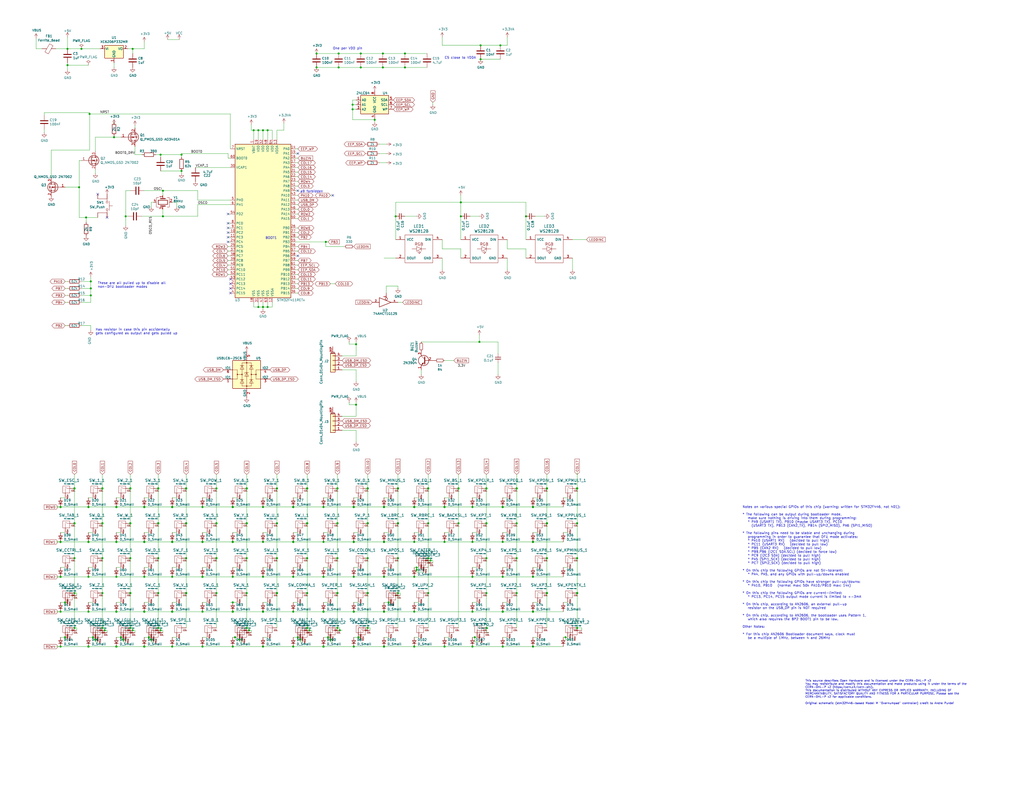
<source format=kicad_sch>
(kicad_sch (version 20221206) (generator eeschema)
  (paper "C")
  (junction (at 217.17 304.8))
  (junction (at 196.85 29.21))
  (junction (at 35.56 347.98))
  (junction (at 308.61 347.98))
  (junction (at 204.47 65.405))
  (junction (at 101.6 323.85) (diameter 1.016))
  (junction (at 265.43 323.85))
  (junction (at 55.88 323.85))
  (junction (at 43.18 102.235))
  (junction (at 71.12 285.75) (diameter 1.016))
  (junction (at 226.06 353.06))
  (junction (at 274.32 295.91))
  (junction (at 281.94 323.85))
  (junction (at 146.05 167.64))
  (junction (at 212.09 328.93))
  (junction (at 127 314.96))
  (junction (at 261.62 186.69))
  (junction (at 81.28 347.98))
  (junction (at 118.11 285.75) (diameter 1.016))
  (junction (at 281.94 304.8))
  (junction (at 93.98 295.91) (diameter 1.016))
  (junction (at 200.66 342.9))
  (junction (at 184.785 36.83))
  (junction (at 209.55 314.96))
  (junction (at 55.88 266.7) (diameter 1.016))
  (junction (at 196.85 36.83))
  (junction (at 257.81 295.91))
  (junction (at 192.405 59.69))
  (junction (at 176.53 295.91))
  (junction (at 314.96 342.9))
  (junction (at 66.04 347.98))
  (junction (at 184.785 29.21))
  (junction (at 110.49 314.96) (diameter 1.016))
  (junction (at 101.6 266.7) (diameter 1.016))
  (junction (at 194.31 187.96))
  (junction (at 49.53 157.48))
  (junction (at 193.04 353.06))
  (junction (at 193.04 276.86) (diameter 1.016))
  (junction (at 242.57 276.86) (diameter 1.016))
  (junction (at 265.43 266.7) (diameter 1.016))
  (junction (at 192.405 57.15))
  (junction (at 63.5 314.96))
  (junction (at 176.53 276.86))
  (junction (at 138.43 71.12))
  (junction (at 46.99 118.745))
  (junction (at 40.64 285.75) (diameter 1.016))
  (junction (at 184.15 266.7) (diameter 1.016))
  (junction (at 78.74 276.86) (diameter 1.016))
  (junction (at 93.98 314.96))
  (junction (at 78.74 353.06) (diameter 1.016))
  (junction (at 40.64 323.85))
  (junction (at 128.27 347.98))
  (junction (at 314.96 304.8))
  (junction (at 220.98 36.83))
  (junction (at 176.53 334.01) (diameter 1.016))
  (junction (at 176.53 314.96))
  (junction (at 118.11 323.85))
  (junction (at 217.17 285.75) (diameter 1.016))
  (junction (at 168.91 344.17))
  (junction (at 220.98 29.21))
  (junction (at 200.66 323.85) (diameter 1.016))
  (junction (at 44.45 26.67))
  (junction (at 33.02 353.06))
  (junction (at 68.58 118.11))
  (junction (at 143.51 71.12))
  (junction (at 99.06 84.455))
  (junction (at 209.55 334.01) (diameter 1.016))
  (junction (at 86.36 266.7) (diameter 1.016))
  (junction (at 143.51 167.64))
  (junction (at 281.94 285.75))
  (junction (at 233.68 266.7) (diameter 1.016))
  (junction (at 179.07 347.98))
  (junction (at 72.39 344.17))
  (junction (at 298.45 285.75) (diameter 1.016))
  (junction (at 298.45 323.85) (diameter 1.016))
  (junction (at 172.72 29.21))
  (junction (at 134.62 323.85))
  (junction (at 71.12 266.7) (diameter 1.016))
  (junction (at 314.96 323.85) (diameter 1.016))
  (junction (at 167.64 266.7) (diameter 1.016))
  (junction (at 62.23 74.93))
  (junction (at 226.06 276.86) (diameter 1.016))
  (junction (at 33.02 295.91) (diameter 1.016))
  (junction (at 86.36 342.9))
  (junction (at 118.11 266.7))
  (junction (at 88.9 104.14))
  (junction (at 134.62 285.75) (diameter 1.016))
  (junction (at 184.15 323.85) (diameter 1.016))
  (junction (at 35.56 328.93))
  (junction (at 63.5 334.01) (diameter 1.016))
  (junction (at 151.13 304.8))
  (junction (at 52.07 349.25))
  (junction (at 140.97 71.12))
  (junction (at 209.55 295.91) (diameter 1.016))
  (junction (at 130.81 349.25))
  (junction (at 176.53 353.06) (diameter 1.016))
  (junction (at 262.255 24.765))
  (junction (at 209.55 276.86) (diameter 1.016))
  (junction (at 184.15 304.8))
  (junction (at 298.45 304.8))
  (junction (at 33.02 314.96) (diameter 1.016))
  (junction (at 48.26 295.91) (diameter 1.016))
  (junction (at 71.12 304.8))
  (junction (at 250.19 285.75))
  (junction (at 233.68 323.85))
  (junction (at 290.83 295.91) (diameter 1.016))
  (junction (at 200.66 304.8))
  (junction (at 200.66 285.75) (diameter 1.016))
  (junction (at 127 328.93))
  (junction (at 160.02 295.91) (diameter 1.016))
  (junction (at 251.46 118.11))
  (junction (at 200.66 266.7) (diameter 1.016))
  (junction (at 143.51 334.01) (diameter 1.016))
  (junction (at 274.32 334.01) (diameter 1.016))
  (junction (at 251.46 110.49))
  (junction (at 134.62 266.7) (diameter 1.016))
  (junction (at 226.06 314.96))
  (junction (at 49.53 153.67))
  (junction (at 227.33 309.88))
  (junction (at 63.5 353.06) (diameter 1.016))
  (junction (at 215.9 118.11))
  (junction (at 67.31 349.25))
  (junction (at 257.81 353.06))
  (junction (at 242.57 295.91))
  (junction (at 257.81 314.96))
  (junction (at 33.02 276.86) (diameter 1.016))
  (junction (at 101.6 304.8))
  (junction (at 110.49 276.86))
  (junction (at 287.02 118.11))
  (junction (at 274.32 314.96))
  (junction (at 234.95 306.07))
  (junction (at 143.51 353.06))
  (junction (at 93.98 276.86) (diameter 1.016))
  (junction (at 167.64 304.8))
  (junction (at 163.83 349.25))
  (junction (at 78.74 314.96))
  (junction (at 86.36 285.75) (diameter 1.016))
  (junction (at 63.5 276.86) (diameter 1.016))
  (junction (at 194.31 220.98))
  (junction (at 160.02 334.01))
  (junction (at 99.06 93.345))
  (junction (at 177.8 132.08))
  (junction (at 143.51 314.96))
  (junction (at 71.12 323.85) (diameter 1.016))
  (junction (at 110.49 295.91) (diameter 1.016))
  (junction (at 118.11 304.8) (diameter 1.016))
  (junction (at 143.51 276.86))
  (junction (at 93.98 353.06))
  (junction (at 290.83 334.01) (diameter 1.016))
  (junction (at 140.97 167.64))
  (junction (at 40.64 266.7) (diameter 1.016))
  (junction (at 314.96 266.7) (diameter 1.016))
  (junction (at 33.02 334.01))
  (junction (at 193.04 314.96))
  (junction (at 160.02 276.86) (diameter 1.016))
  (junction (at 40.64 342.9))
  (junction (at 82.55 349.25))
  (junction (at 160.02 353.06))
  (junction (at 217.17 266.7) (diameter 1.016))
  (junction (at 184.15 285.75) (diameter 1.016))
  (junction (at 87.63 84.455))
  (junction (at 242.57 353.06))
  (junction (at 184.15 342.9))
  (junction (at 290.83 276.86) (diameter 1.016))
  (junction (at 78.74 295.91) (diameter 1.016))
  (junction (at 226.06 334.01))
  (junction (at 40.64 304.8))
  (junction (at 48.26 334.01))
  (junction (at 180.34 349.25))
  (junction (at 265.43 285.75) (diameter 1.016))
  (junction (at 265.43 342.9))
  (junction (at 48.895 62.23))
  (junction (at 151.13 323.85) (diameter 1.016))
  (junction (at 93.98 334.01) (diameter 1.016))
  (junction (at 63.5 295.91) (diameter 1.016))
  (junction (at 55.88 304.8))
  (junction (at 143.51 295.91))
  (junction (at 281.94 266.7) (diameter 1.016))
  (junction (at 87.63 344.17))
  (junction (at 127 353.06))
  (junction (at 257.81 276.86))
  (junction (at 127 295.91) (diameter 1.016))
  (junction (at 71.12 342.9))
  (junction (at 274.32 276.86) (diameter 1.016))
  (junction (at 262.255 32.385))
  (junction (at 167.64 285.75) (diameter 1.016))
  (junction (at 226.06 295.91))
  (junction (at 250.19 266.7) (diameter 1.016))
  (junction (at 110.49 334.01))
  (junction (at 193.04 334.01) (diameter 1.016))
  (junction (at 314.96 285.75))
  (junction (at 273.05 24.765))
  (junction (at 36.83 26.67))
  (junction (at 50.8 347.98))
  (junction (at 49.53 161.29))
  (junction (at 227.33 311.15))
  (junction (at 72.39 26.67))
  (junction (at 167.64 342.9))
  (junction (at 86.36 323.85))
  (junction (at 209.55 353.06) (diameter 1.016))
  (junction (at 146.05 71.12))
  (junction (at 265.43 304.8))
  (junction (at 57.15 344.17))
  (junction (at 193.04 295.91) (diameter 1.016))
  (junction (at 134.62 304.8))
  (junction (at 78.74 334.01) (diameter 1.016))
  (junction (at 274.32 353.06))
  (junction (at 55.88 342.9))
  (junction (at 257.81 334.01))
  (junction (at 233.68 285.75))
  (junction (at 127 276.86) (diameter 1.016))
  (junction (at 151.13 266.7))
  (junction (at 233.68 304.8))
  (junction (at 172.72 36.83))
  (junction (at 290.83 353.06))
  (junction (at 195.58 347.98))
  (junction (at 290.83 314.96))
  (junction (at 101.6 285.75) (diameter 1.016))
  (junction (at 134.62 342.9))
  (junction (at 298.45 266.7) (diameter 1.016))
  (junction (at 208.915 36.83))
  (junction (at 127 334.01) (diameter 1.016))
  (junction (at 48.26 276.86) (diameter 1.016))
  (junction (at 48.26 353.06) (diameter 1.016))
  (junction (at 162.56 347.98))
  (junction (at 55.88 285.75) (diameter 1.016))
  (junction (at 48.26 314.96))
  (junction (at 86.36 304.8))
  (junction (at 135.89 344.17))
  (junction (at 110.49 353.06))
  (junction (at 160.02 314.96))
  (junction (at 36.83 35.56))
  (junction (at 185.42 344.17))
  (junction (at 217.17 323.85))
  (junction (at 151.13 285.75))
  (junction (at 208.915 29.21))
  (junction (at 167.64 323.85))
  (junction (at 259.08 347.98))
  (junction (at 88.9 118.11))
  (no_connect (at 124.46 132.08))
  (no_connect (at 162.56 83.82))
  (no_connect (at 124.46 127))
  (no_connect (at 58.42 118.745))
  (no_connect (at 125.73 160.02))
  (no_connect (at 162.56 139.7))
  (no_connect (at 124.46 121.92))
  (no_connect (at 124.46 124.46))
  (no_connect (at 125.73 152.4))
  (no_connect (at 124.46 116.84))
  (no_connect (at 124.46 129.54))
  (no_connect (at 162.56 104.14))
  (no_connect (at 181.61 106.68))
  (no_connect (at 125.73 157.48))
  (no_connect (at 125.73 154.94))
  (no_connect (at 53.34 106.045))
  (wire (pts (xy 137.16 344.17) (xy 137.16 345.44)))
  (wire (pts (xy 88.9 118.11) (xy 107.95 118.11)))
  (wire (pts (xy 110.49 309.88) (xy 113.03 309.88)))
  (wire (pts (xy 161.29 109.22) (xy 162.56 109.22)))
  (wire (pts (xy 229.87 186.69) (xy 261.62 186.69)))
  (wire (pts (xy 40.64 259.08) (xy 40.64 266.7)))
  (wire (pts (xy 87.63 93.345) (xy 99.06 93.345)))
  (wire (pts (xy 161.29 132.08) (xy 177.8 132.08)))
  (wire (pts (xy 49.53 177.8) (xy 49.53 180.34)))
  (wire (pts (xy 135.89 342.9) (xy 134.62 342.9)))
  (wire (pts (xy 62.23 66.675) (xy 62.23 67.945)))
  (wire (pts (xy 40.64 266.7) (xy 40.64 285.75)))
  (wire (pts (xy 193.04 353.06) (xy 209.55 353.06)))
  (wire (pts (xy 143.51 314.96) (xy 160.02 314.96)))
  (wire (pts (xy 151.13 259.08) (xy 151.13 266.7)))
  (wire (pts (xy 87.63 344.17) (xy 88.9 344.17)))
  (wire (pts (xy 281.94 304.8) (xy 281.94 323.85)))
  (wire (pts (xy 161.29 137.16) (xy 162.56 137.16)))
  (wire (pts (xy 88.9 104.14) (xy 107.95 104.14)))
  (wire (pts (xy 162.56 144.78) (xy 161.29 144.78)))
  (wire (pts (xy 233.68 259.08) (xy 233.68 266.7)))
  (wire (pts (xy 271.78 186.69) (xy 271.78 193.04)))
  (wire (pts (xy 30.48 276.86) (xy 33.02 276.86)))
  (wire (pts (xy 273.05 24.765) (xy 276.86 24.765)))
  (wire (pts (xy 207.01 88.9) (xy 210.82 88.9)))
  (wire (pts (xy 241.3 135.89) (xy 241.3 130.81)))
  (wire (pts (xy 30.48 334.01) (xy 33.02 334.01)))
  (wire (pts (xy 110.49 276.86) (xy 127 276.86)))
  (wire (pts (xy 276.86 24.765) (xy 276.86 20.32)))
  (wire (pts (xy 251.46 135.89) (xy 241.3 135.89)))
  (wire (pts (xy 52.07 92.71) (xy 52.07 94.615)))
  (wire (pts (xy 193.04 309.88) (xy 195.58 309.88)))
  (wire (pts (xy 193.04 276.86) (xy 209.55 276.86)))
  (wire (pts (xy 69.85 26.67) (xy 72.39 26.67)))
  (wire (pts (xy 227.33 312.42) (xy 227.33 311.15)))
  (wire (pts (xy 78.74 314.96) (xy 93.98 314.96)))
  (wire (pts (xy 276.86 140.97) (xy 276.86 147.32)))
  (wire (pts (xy 160.02 347.98) (xy 162.56 347.98)))
  (wire (pts (xy 36.83 349.25) (xy 35.56 349.25)))
  (wire (pts (xy 257.81 334.01) (xy 274.32 334.01)))
  (wire (pts (xy 110.49 353.06) (xy 127 353.06)))
  (wire (pts (xy 196.85 349.25) (xy 195.58 349.25)))
  (wire (pts (xy 177.8 134.62) (xy 187.96 134.62)))
  (wire (pts (xy 176.53 353.06) (xy 193.04 353.06)))
  (wire (pts (xy 265.43 285.75) (xy 265.43 304.8)))
  (wire (pts (xy 36.83 35.56) (xy 36.83 34.29)))
  (wire (pts (xy 78.74 104.14) (xy 88.9 104.14)))
  (wire (pts (xy 168.91 344.17) (xy 168.91 342.9)))
  (wire (pts (xy 256.54 118.11) (xy 261.62 118.11)))
  (wire (pts (xy 185.42 344.17) (xy 185.42 342.9)))
  (wire (pts (xy 63.5 290.83) (xy 66.04 290.83)))
  (wire (pts (xy 71.12 304.8) (xy 71.12 323.85)))
  (wire (pts (xy 251.46 118.11) (xy 251.46 130.81)))
  (wire (pts (xy 262.255 32.385) (xy 273.05 32.385)))
  (wire (pts (xy 143.51 167.64) (xy 146.05 167.64)))
  (wire (pts (xy 33.02 353.06) (xy 48.26 353.06)))
  (wire (pts (xy 226.06 290.83) (xy 228.6 290.83)))
  (wire (pts (xy 124.46 86.36) (xy 125.73 86.36)))
  (wire (pts (xy 82.55 349.25) (xy 81.28 349.25)))
  (wire (pts (xy 161.29 91.44) (xy 162.56 91.44)))
  (wire (pts (xy 257.81 309.88) (xy 260.35 309.88)))
  (wire (pts (xy 62.23 74.295) (xy 62.23 74.93)))
  (wire (pts (xy 200.66 323.85) (xy 200.66 342.9)))
  (wire (pts (xy 143.51 347.98) (xy 146.05 347.98)))
  (wire (pts (xy 110.49 347.98) (xy 113.03 347.98)))
  (wire (pts (xy 233.68 323.85) (xy 233.68 342.9)))
  (wire (pts (xy 41.91 325.12) (xy 41.91 323.85)))
  (wire (pts (xy 44.45 161.29) (xy 49.53 161.29)))
  (wire (pts (xy 57.15 344.17) (xy 57.15 342.9)))
  (wire (pts (xy 63.5 276.86) (xy 78.74 276.86)))
  (wire (pts (xy 146.05 71.12) (xy 146.05 76.2)))
  (wire (pts (xy 217.17 266.7) (xy 217.17 285.75)))
  (wire (pts (xy 257.81 347.98) (xy 259.08 347.98)))
  (wire (pts (xy 259.08 347.98) (xy 260.35 347.98)))
  (wire (pts (xy 262.255 24.765) (xy 273.05 24.765)))
  (wire (pts (xy 298.45 259.08) (xy 298.45 266.7)))
  (wire (pts (xy 132.08 350.52) (xy 130.81 350.52)))
  (wire (pts (xy 82.55 349.25) (xy 82.55 350.52)))
  (wire (pts (xy 194.31 234.95) (xy 186.69 234.95)))
  (wire (pts (xy 48.895 81.915) (xy 48.895 62.23)))
  (wire (pts (xy 165.1 350.52) (xy 163.83 350.52)))
  (wire (pts (xy 86.36 304.8) (xy 86.36 323.85)))
  (wire (pts (xy 127 276.86) (xy 143.51 276.86)))
  (wire (pts (xy 35.56 330.2) (xy 35.56 328.93)))
  (wire (pts (xy 160.02 353.06) (xy 176.53 353.06)))
  (wire (pts (xy 93.98 276.86) (xy 110.49 276.86)))
  (wire (pts (xy 71.12 285.75) (xy 71.12 304.8)))
  (wire (pts (xy 212.09 330.2) (xy 212.09 328.93)))
  (wire (pts (xy 193.04 314.96) (xy 209.55 314.96)))
  (wire (pts (xy 209.55 353.06) (xy 226.06 353.06)))
  (wire (pts (xy 73.66 68.58) (xy 73.66 69.85)))
  (wire (pts (xy 44.45 165.1) (xy 49.53 165.1)))
  (wire (pts (xy 91.44 21.59) (xy 97.79 21.59)))
  (wire (pts (xy 77.47 118.11) (xy 88.9 118.11)))
  (wire (pts (xy 161.29 96.52) (xy 162.56 96.52)))
  (wire (pts (xy 192.405 59.69) (xy 194.31 59.69)))
  (wire (pts (xy 193.04 271.78) (xy 195.58 271.78)))
  (wire (pts (xy 298.45 285.75) (xy 298.45 266.7)))
  (wire (pts (xy 73.66 84.455) (xy 73.66 80.01)))
  (wire (pts (xy 207.01 78.74) (xy 210.82 78.74)))
  (wire (pts (xy 68.58 118.11) (xy 68.58 123.19)))
  (wire (pts (xy 209.55 276.86) (xy 226.06 276.86)))
  (wire (pts (xy 93.98 309.88) (xy 96.52 309.88)))
  (wire (pts (xy 46.99 121.285) (xy 46.99 118.745)))
  (wire (pts (xy 195.58 349.25) (xy 195.58 347.98)))
  (wire (pts (xy 208.915 29.21) (xy 196.85 29.21)))
  (wire (pts (xy 162.56 119.38) (xy 161.29 119.38)))
  (wire (pts (xy 170.18 345.44) (xy 170.18 344.17)))
  (wire (pts (xy 194.31 220.98) (xy 194.31 227.33)))
  (wire (pts (xy 110.49 295.91) (xy 127 295.91)))
  (wire (pts (xy 127 328.93) (xy 129.54 328.93)))
  (wire (pts (xy 261.62 350.52) (xy 259.08 350.52)))
  (wire (pts (xy 290.83 328.93) (xy 293.37 328.93)))
  (wire (pts (xy 67.31 349.25) (xy 66.04 349.25)))
  (wire (pts (xy 118.11 259.08) (xy 118.11 266.7)))
  (wire (pts (xy 161.29 149.86) (xy 162.56 149.86)))
  (wire (pts (xy 101.6 323.85) (xy 101.6 342.9)))
  (wire (pts (xy 55.88 285.75) (xy 55.88 304.8)))
  (wire (pts (xy 161.29 86.36) (xy 162.56 86.36)))
  (wire (pts (xy 35.56 153.67) (xy 36.83 153.67)))
  (wire (pts (xy 63.5 334.01) (xy 78.74 334.01)))
  (wire (pts (xy 287.02 110.49) (xy 287.02 118.11)))
  (wire (pts (xy 43.18 102.235) (xy 43.18 118.745)))
  (wire (pts (xy 307.34 309.88) (xy 309.88 309.88)))
  (wire (pts (xy 78.74 26.67) (xy 78.74 22.86)))
  (wire (pts (xy 226.06 328.93) (xy 228.6 328.93)))
  (wire (pts (xy 257.81 290.83) (xy 260.35 290.83)))
  (wire (pts (xy 48.26 328.93) (xy 50.8 328.93)))
  (wire (pts (xy 274.32 295.91) (xy 290.83 295.91)))
  (wire (pts (xy 307.34 290.83) (xy 309.88 290.83)))
  (wire (pts (xy 194.31 201.93) (xy 194.31 208.28)))
  (wire (pts (xy 185.42 344.17) (xy 186.69 344.17)))
  (wire (pts (xy 143.51 71.12) (xy 143.51 76.2)))
  (wire (pts (xy 68.58 118.11) (xy 69.85 118.11)))
  (wire (pts (xy 192.405 57.15) (xy 192.405 59.69)))
  (wire (pts (xy 124.46 116.84) (xy 125.73 116.84)))
  (wire (pts (xy 292.1 118.11) (xy 297.18 118.11)))
  (wire (pts (xy 204.47 65.405) (xy 204.47 64.77)))
  (wire (pts (xy 217.17 259.08) (xy 217.17 266.7)))
  (wire (pts (xy 99.06 85.725) (xy 99.06 84.455)))
  (wire (pts (xy 48.895 61.595) (xy 48.895 62.23)))
  (wire (pts (xy 179.07 349.25) (xy 179.07 347.98)))
  (wire (pts (xy 124.46 129.54) (xy 125.73 129.54)))
  (wire (pts (xy 210.82 156.21) (xy 217.17 156.21)))
  (wire (pts (xy 193.04 347.98) (xy 195.58 347.98)))
  (wire (pts (xy 180.34 349.25) (xy 179.07 349.25)))
  (wire (pts (xy 226.06 295.91) (xy 242.57 295.91)))
  (wire (pts (xy 110.49 328.93) (xy 113.03 328.93)))
  (wire (pts (xy 55.88 259.08) (xy 55.88 266.7)))
  (wire (pts (xy 124.46 144.78) (xy 125.73 144.78)))
  (wire (pts (xy 176.53 295.91) (xy 193.04 295.91)))
  (wire (pts (xy 93.98 271.78) (xy 96.52 271.78)))
  (wire (pts (xy 162.56 116.84) (xy 161.29 116.84)))
  (wire (pts (xy 154.94 71.12) (xy 154.94 67.31)))
  (wire (pts (xy 200.66 304.8) (xy 200.66 323.85)))
  (wire (pts (xy 193.04 290.83) (xy 195.58 290.83)))
  (wire (pts (xy 259.08 350.52) (xy 259.08 347.98)))
  (wire (pts (xy 86.36 285.75) (xy 86.36 304.8)))
  (wire (pts (xy 274.32 353.06) (xy 290.83 353.06)))
  (wire (pts (xy 308.61 349.25) (xy 308.61 347.98)))
  (wire (pts (xy 226.06 271.78) (xy 228.6 271.78)))
  (wire (pts (xy 78.74 353.06) (xy 93.98 353.06)))
  (wire (pts (xy 88.9 344.17) (xy 88.9 345.44)))
  (wire (pts (xy 242.57 353.06) (xy 257.81 353.06)))
  (wire (pts (xy 217.17 285.75) (xy 217.17 304.8)))
  (wire (pts (xy 118.11 285.75) (xy 118.11 304.8)))
  (wire (pts (xy 140.97 71.12) (xy 140.97 76.2)))
  (wire (pts (xy 127 290.83) (xy 129.54 290.83)))
  (wire (pts (xy 176.53 271.78) (xy 179.07 271.78)))
  (wire (pts (xy 194.31 219.71) (xy 194.31 220.98)))
  (wire (pts (xy 242.57 276.86) (xy 257.81 276.86)))
  (wire (pts (xy 209.55 314.96) (xy 226.06 314.96)))
  (wire (pts (xy 226.06 334.01) (xy 257.81 334.01)))
  (wire (pts (xy 184.785 36.83) (xy 172.72 36.83)))
  (wire (pts (xy 93.98 328.93) (xy 96.52 328.93)))
  (wire (pts (xy 217.17 323.85) (xy 218.44 323.85)))
  (wire (pts (xy 176.53 334.01) (xy 193.04 334.01)))
  (wire (pts (xy 160.02 334.01) (xy 176.53 334.01)))
  (wire (pts (xy 177.8 132.08) (xy 179.07 132.08)))
  (wire (pts (xy 161.29 104.14) (xy 162.56 104.14)))
  (wire (pts (xy 110.49 334.01) (xy 127 334.01)))
  (wire (pts (xy 201.93 342.9) (xy 200.66 342.9)))
  (wire (pts (xy 209.55 334.01) (xy 226.06 334.01)))
  (wire (pts (xy 314.96 323.85) (xy 314.96 342.9)))
  (wire (pts (xy 48.26 35.56) (xy 36.83 35.56)))
  (wire (pts (xy 88.9 104.14) (xy 88.9 106.68)))
  (wire (pts (xy 143.51 334.01) (xy 160.02 334.01)))
  (wire (pts (xy 317.5 344.17) (xy 317.5 342.9)))
  (wire (pts (xy 107.95 109.22) (xy 107.95 104.14)))
  (wire (pts (xy 134.62 259.08) (xy 134.62 266.7)))
  (wire (pts (xy 134.62 285.75) (xy 134.62 304.8)))
  (wire (pts (xy 160.02 309.88) (xy 162.56 309.88)))
  (wire (pts (xy 208.915 36.83) (xy 196.85 36.83)))
  (wire (pts (xy 161.29 106.68) (xy 162.56 106.68)))
  (wire (pts (xy 290.83 334.01) (xy 307.34 334.01)))
  (wire (pts (xy 140.97 165.1) (xy 140.97 167.64)))
  (wire (pts (xy 210.82 160.02) (xy 210.82 156.21)))
  (wire (pts (xy 107.95 111.76) (xy 125.73 111.76)))
  (wire (pts (xy 53.34 350.52) (xy 52.07 350.52)))
  (wire (pts (xy 63.5 271.78) (xy 66.04 271.78)))
  (wire (pts (xy 138.43 167.64) (xy 140.97 167.64)))
  (wire (pts (xy 314.96 266.7) (xy 314.96 285.75)))
  (wire (pts (xy 41.91 342.9) (xy 40.64 342.9)))
  (wire (pts (xy 194.31 186.69) (xy 194.31 187.96)))
  (wire (pts (xy 192.405 54.61) (xy 192.405 57.15)))
  (wire (pts (xy 35.56 157.48) (xy 36.83 157.48)))
  (wire (pts (xy 62.23 34.29) (xy 62.23 36.83)))
  (wire (pts (xy 274.32 276.86) (xy 290.83 276.86)))
  (wire (pts (xy 201.93 344.17) (xy 201.93 342.9)))
  (wire (pts (xy 124.46 149.86) (xy 125.73 149.86)))
  (wire (pts (xy 209.55 271.78) (xy 212.09 271.78)))
  (wire (pts (xy 19.685 26.67) (xy 22.86 26.67)))
  (wire (pts (xy 110.49 314.96) (xy 127 314.96)))
  (wire (pts (xy 298.45 323.85) (xy 298.45 342.9)))
  (wire (pts (xy 143.51 165.1) (xy 143.51 167.64)))
  (wire (pts (xy 127 309.88) (xy 129.54 309.88)))
  (wire (pts (xy 192.405 59.69) (xy 192.405 65.405)))
  (wire (pts (xy 101.6 304.8) (xy 101.6 323.85)))
  (wire (pts (xy 19.685 20.955) (xy 19.685 26.67)))
  (wire (pts (xy 93.98 314.96) (xy 110.49 314.96)))
  (wire (pts (xy 55.88 323.85) (xy 55.88 342.9)))
  (wire (pts (xy 161.29 154.94) (xy 162.56 154.94)))
  (wire (pts (xy 229.87 311.15) (xy 227.33 311.15)))
  (wire (pts (xy 209.55 309.88) (xy 212.09 309.88)))
  (wire (pts (xy 43.18 118.745) (xy 46.99 118.745)))
  (wire (pts (xy 220.98 29.21) (xy 208.915 29.21)))
  (wire (pts (xy 44.45 177.8) (xy 49.53 177.8)))
  (wire (pts (xy 71.12 285.75) (xy 71.12 266.7)))
  (wire (pts (xy 49.53 153.67) (xy 49.53 157.48)))
  (wire (pts (xy 196.85 36.83) (xy 184.785 36.83)))
  (wire (pts (xy 83.82 350.52) (xy 82.55 350.52)))
  (wire (pts (xy 48.26 353.06) (xy 63.5 353.06)))
  (wire (pts (xy 27.94 97.155) (xy 27.94 81.915)))
  (wire (pts (xy 274.32 290.83) (xy 276.86 290.83)))
  (wire (pts (xy 185.42 342.9) (xy 184.15 342.9)))
  (wire (pts (xy 33.02 271.78) (xy 35.56 271.78)))
  (wire (pts (xy 124.46 127) (xy 125.73 127)))
  (wire (pts (xy 106.68 91.44) (xy 125.73 91.44)))
  (wire (pts (xy 251.46 110.49) (xy 251.46 106.68)))
  (wire (pts (xy 163.83 349.25) (xy 162.56 349.25)))
  (wire (pts (xy 236.22 306.07) (xy 234.95 306.07)))
  (wire (pts (xy 162.56 139.7) (xy 161.29 139.7)))
  (wire (pts (xy 307.34 347.98) (xy 308.61 347.98)))
  (wire (pts (xy 236.22 307.34) (xy 236.22 306.07)))
  (wire (pts (xy 242.57 295.91) (xy 257.81 295.91)))
  (wire (pts (xy 312.42 349.25) (xy 308.61 349.25)))
  (wire (pts (xy 52.07 74.93) (xy 52.07 82.55)))
  (wire (pts (xy 40.64 285.75) (xy 40.64 304.8)))
  (wire (pts (xy 180.34 350.52) (xy 180.34 349.25)))
  (wire (pts (xy 265.43 345.44) (xy 265.43 342.9)))
  (wire (pts (xy 312.42 140.97) (xy 312.42 147.32)))
  (wire (pts (xy 68.58 104.14) (xy 68.58 118.11)))
  (wire (pts (xy 213.36 330.2) (xy 212.09 330.2)))
  (wire (pts (xy 209.55 295.91) (xy 226.06 295.91)))
  (wire (pts (xy 215.9 110.49) (xy 215.9 118.11)))
  (wire (pts (xy 35.56 161.29) (xy 36.83 161.29)))
  (wire (pts (xy 99.06 83.82) (xy 99.06 84.455)))
  (wire (pts (xy 35.56 177.8) (xy 36.83 177.8)))
  (wire (pts (xy 101.6 285.75) (xy 101.6 304.8)))
  (wire (pts (xy 93.98 290.83) (xy 96.52 290.83)))
  (wire (pts (xy 204.47 66.675) (xy 204.47 65.405)))
  (wire (pts (xy 48.26 295.91) (xy 63.5 295.91)))
  (wire (pts (xy 93.98 295.91) (xy 110.49 295.91)))
  (wire (pts (xy 124.46 139.7) (xy 125.73 139.7)))
  (wire (pts (xy 154.94 71.12) (xy 151.13 71.12)))
  (wire (pts (xy 234.95 306.07) (xy 234.95 304.8)))
  (wire (pts (xy 161.29 81.28) (xy 162.56 81.28)))
  (wire (pts (xy 314.96 342.9) (xy 317.5 342.9)))
  (wire (pts (xy 30.48 26.67) (xy 36.83 26.67)))
  (wire (pts (xy 50.8 349.25) (xy 50.8 347.98)))
  (wire (pts (xy 33.02 314.96) (xy 48.26 314.96)))
  (wire (pts (xy 265.43 304.8) (xy 265.43 323.85)))
  (wire (pts (xy 308.61 347.98) (xy 309.88 347.98)))
  (wire (pts (xy 101.6 259.08) (xy 101.6 266.7)))
  (wire (pts (xy 72.39 26.67) (xy 78.74 26.67)))
  (wire (pts (xy 33.02 347.98) (xy 35.56 347.98)))
  (wire (pts (xy 217.17 165.1) (xy 219.71 165.1)))
  (wire (pts (xy 242.57 196.85) (xy 247.65 196.85)))
  (wire (pts (xy 78.74 276.86) (xy 93.98 276.86)))
  (wire (pts (xy 162.56 347.98) (xy 162.56 349.25)))
  (wire (pts (xy 176.53 276.86) (xy 193.04 276.86)))
  (wire (pts (xy 184.15 266.7) (xy 184.15 285.75)))
  (wire (pts (xy 287.02 140.97) (xy 287.02 135.89)))
  (wire (pts (xy 184.785 29.21) (xy 172.72 29.21)))
  (wire (pts (xy 151.13 71.12) (xy 151.13 76.2)))
  (wire (pts (xy 176.53 328.93) (xy 179.07 328.93)))
  (wire (pts (xy 62.23 74.93) (xy 66.04 74.93)))
  (wire (pts (xy 236.22 55.88) (xy 236.22 57.15)))
  (wire (pts (xy 233.68 285.75) (xy 233.68 304.8)))
  (wire (pts (xy 49.53 165.1) (xy 49.53 161.29)))
  (wire (pts (xy 143.51 290.83) (xy 146.05 290.83)))
  (wire (pts (xy 110.49 271.78) (xy 113.03 271.78)))
  (wire (pts (xy 130.81 349.25) (xy 128.27 349.25)))
  (wire (pts (xy 36.83 38.1) (xy 36.83 35.56)))
  (wire (pts (xy 33.02 334.01) (xy 48.26 334.01)))
  (wire (pts (xy 231.14 312.42) (xy 227.33 312.42)))
  (wire (pts (xy 160.02 314.96) (xy 176.53 314.96)))
  (wire (pts (xy 63.5 347.98) (xy 66.04 347.98)))
  (wire (pts (xy 27.94 81.915) (xy 48.895 81.915)))
  (wire (pts (xy 143.51 353.06) (xy 160.02 353.06)))
  (wire (pts (xy 290.83 271.78) (xy 293.37 271.78)))
  (wire (pts (xy 184.15 304.8) (xy 184.15 323.85)))
  (wire (pts (xy 151.13 266.7) (xy 151.13 285.75)))
  (wire (pts (xy 135.89 344.17) (xy 137.16 344.17)))
  (wire (pts (xy 227.33 309.88) (xy 228.6 309.88)))
  (wire (pts (xy 281.94 259.08) (xy 281.94 266.7)))
  (wire (pts (xy 242.57 347.98) (xy 245.11 347.98)))
  (wire (pts (xy 43.18 87.63) (xy 44.45 87.63)))
  (wire (pts (xy 73.66 344.17) (xy 73.66 345.44)))
  (wire (pts (xy 55.88 266.7) (xy 55.88 285.75)))
  (wire (pts (xy 180.34 154.94) (xy 182.88 154.94)))
  (wire (pts (xy 265.43 285.75) (xy 265.43 266.7)))
  (wire (pts (xy 281.94 285.75) (xy 281.94 304.8)))
  (wire (pts (xy 314.96 285.75) (xy 314.96 304.8)))
  (wire (pts (xy 207.01 83.82) (xy 210.82 83.82)))
  (wire (pts (xy 257.81 314.96) (xy 274.32 314.96)))
  (wire (pts (xy 67.31 350.52) (xy 67.31 349.25)))
  (wire (pts (xy 137.16 67.945) (xy 137.16 71.12)))
  (wire (pts (xy 161.29 157.48) (xy 162.56 157.48)))
  (wire (pts (xy 265.43 259.08) (xy 265.43 266.7)))
  (wire (pts (xy 48.26 271.78) (xy 50.8 271.78)))
  (wire (pts (xy 137.16 71.12) (xy 138.43 71.12)))
  (wire (pts (xy 227.33 311.15) (xy 227.33 309.88)))
  (wire (pts (xy 43.18 87.63) (xy 43.18 102.235)))
  (wire (pts (xy 287.02 135.89) (xy 276.86 135.89)))
  (wire (pts (xy 83.82 110.49) (xy 82.55 110.49)))
  (wire (pts (xy 194.31 201.93) (xy 186.69 201.93)))
  (wire (pts (xy 110.49 290.83) (xy 113.03 290.83)))
  (wire (pts (xy 314.96 304.8) (xy 314.96 323.85)))
  (wire (pts (xy 143.51 328.93) (xy 146.05 328.93)))
  (wire (pts (xy 48.26 347.98) (xy 50.8 347.98)))
  (wire (pts (xy 57.15 344.17) (xy 58.42 344.17)))
  (wire (pts (xy 151.13 285.75) (xy 151.13 304.8)))
  (wire (pts (xy 276.86 135.89) (xy 276.86 130.81)))
  (wire (pts (xy 143.51 271.78) (xy 146.05 271.78)))
  (wire (pts (xy 161.29 101.6) (xy 162.56 101.6)))
  (wire (pts (xy 209.55 290.83) (xy 212.09 290.83)))
  (wire (pts (xy 242.57 271.78) (xy 245.11 271.78)))
  (wire (pts (xy 86.36 266.7) (xy 86.36 285.75)))
  (wire (pts (xy 261.62 182.88) (xy 261.62 186.69)))
  (wire (pts (xy 35.56 102.235) (xy 43.18 102.235)))
  (wire (pts (xy 99.06 94.615) (xy 99.06 93.345)))
  (wire (pts (xy 140.97 167.64) (xy 143.51 167.64)))
  (wire (pts (xy 194.31 234.95) (xy 194.31 241.3)))
  (wire (pts (xy 71.12 259.08) (xy 71.12 266.7)))
  (wire (pts (xy 194.31 187.96) (xy 194.31 194.31)))
  (wire (pts (xy 307.34 271.78) (xy 309.88 271.78)))
  (wire (pts (xy 96.52 110.49) (xy 96.52 113.03)))
  (wire (pts (xy 209.55 347.98) (xy 212.09 347.98)))
  (wire (pts (xy 78.74 328.93) (xy 81.28 328.93)))
  (wire (pts (xy 257.81 276.86) (xy 274.32 276.86)))
  (wire (pts (xy 257.81 328.93) (xy 260.35 328.93)))
  (wire (pts (xy 287.02 118.11) (xy 287.02 130.81)))
  (wire (pts (xy 215.9 140.97) (xy 209.55 140.97)))
  (wire (pts (xy 143.51 168.91) (xy 143.51 167.64)))
  (wire (pts (xy 167.64 285.75) (xy 167.64 266.7)))
  (wire (pts (xy 290.83 314.96) (xy 307.34 314.96)))
  (wire (pts (xy 125.73 62.23) (xy 125.73 81.28)))
  (wire (pts (xy 36.83 20.32) (xy 36.83 26.67)))
  (wire (pts (xy 48.26 309.88) (xy 50.8 309.88)))
  (wire (pts (xy 192.405 65.405) (xy 204.47 65.405)))
  (wire (pts (xy 250.19 285.75) (xy 250.19 342.9)))
  (wire (pts (xy 143.51 71.12) (xy 146.05 71.12)))
  (wire (pts (xy 35.56 347.98) (xy 35.56 349.25)))
  (wire (pts (xy 251.46 110.49) (xy 251.46 118.11)))
  (wire (pts (xy 314.96 266.7) (xy 314.96 257.81)))
  (wire (pts (xy 87.63 342.9) (xy 86.36 342.9)))
  (wire (pts (xy 200.66 266.7) (xy 200.66 285.75)))
  (wire (pts (xy 160.02 328.93) (xy 162.56 328.93)))
  (wire (pts (xy 87.63 85.725) (xy 87.63 84.455)))
  (wire (pts (xy 162.56 142.24) (xy 161.29 142.24)))
  (wire (pts (xy 124.46 83.82) (xy 124.46 86.36)))
  (wire (pts (xy 193.04 334.01) (xy 209.55 334.01)))
  (wire (pts (xy 161.29 99.06) (xy 162.56 99.06)))
  (wire (pts (xy 48.26 276.86) (xy 63.5 276.86)))
  (wire (pts (xy 30.48 295.91) (xy 33.02 295.91)))
  (wire (pts (xy 194.31 54.61) (xy 192.405 54.61)))
  (wire (pts (xy 118.11 304.8) (xy 118.11 323.85)))
  (wire (pts (xy 33.02 309.88) (xy 35.56 309.88)))
  (wire (pts (xy 127 353.06) (xy 143.51 353.06)))
  (wire (pts (xy 63.5 328.93) (xy 66.04 328.93)))
  (wire (pts (xy 274.32 334.01) (xy 290.83 334.01)))
  (wire (pts (xy 161.29 83.82) (xy 162.56 83.82)))
  (wire (pts (xy 290.83 290.83) (xy 293.37 290.83)))
  (wire (pts (xy 194.31 220.98) (xy 190.5 220.98)))
  (wire (pts (xy 63.5 309.88) (xy 66.04 309.88)))
  (wire (pts (xy 160.02 295.91) (xy 176.53 295.91)))
  (wire (pts (xy 161.29 160.02) (xy 162.56 160.02)))
  (wire (pts (xy 200.66 285.75) (xy 200.66 304.8)))
  (wire (pts (xy 320.04 130.81) (xy 312.42 130.81)))
  (wire (pts (xy 72.39 344.17) (xy 73.66 344.17)))
  (wire (pts (xy 193.04 295.91) (xy 209.55 295.91)))
  (wire (pts (xy 162.56 147.32) (xy 161.29 147.32)))
  (wire (pts (xy 77.47 84.455) (xy 73.66 84.455)))
  (wire (pts (xy 78.74 295.91) (xy 93.98 295.91)))
  (wire (pts (xy 36.83 330.2) (xy 35.56 330.2)))
  (wire (pts (xy 124.46 121.92) (xy 125.73 121.92)))
  (wire (pts (xy 161.29 88.9) (xy 162.56 88.9)))
  (wire (pts (xy 48.26 290.83) (xy 50.8 290.83)))
  (wire (pts (xy 226.06 347.98) (xy 228.6 347.98)))
  (wire (pts (xy 257.81 295.91) (xy 274.32 295.91)))
  (wire (pts (xy 168.91 342.9) (xy 167.64 342.9)))
  (wire (pts (xy 161.29 93.98) (xy 162.56 93.98)))
  (wire (pts (xy 33.02 328.93) (xy 35.56 328.93)))
  (wire (pts (xy 143.51 295.91) (xy 160.02 295.91)))
  (wire (pts (xy 124.46 147.32) (xy 125.73 147.32)))
  (wire (pts (xy 176.53 347.98) (xy 179.07 347.98)))
  (wire (pts (xy 184.15 342.9) (xy 184.15 323.85)))
  (wire (pts (xy 151.13 304.8) (xy 151.13 323.85)))
  (wire (pts (xy 233.68 266.7) (xy 233.68 285.75)))
  (wire (pts (xy 146.05 71.12) (xy 148.59 71.12)))
  (wire (pts (xy 72.39 344.17) (xy 72.39 342.9)))
  (wire (pts (xy 217.17 304.8) (xy 217.17 323.85)))
  (wire (pts (xy 192.405 57.15) (xy 194.31 57.15)))
  (wire (pts (xy 130.81 349.25) (xy 130.81 350.52)))
  (wire (pts (xy 167.64 323.85) (xy 167.64 342.9)))
  (wire (pts (xy 127 314.96) (xy 143.51 314.96)))
  (wire (pts (xy 167.64 259.08) (xy 167.64 266.7)))
  (wire (pts (xy 196.85 29.21) (xy 184.785 29.21)))
  (wire (pts (xy 99.06 83.82) (xy 124.46 83.82)))
  (wire (pts (xy 57.15 342.9) (xy 55.88 342.9)))
  (wire (pts (xy 184.15 285.75) (xy 184.15 304.8)))
  (wire (pts (xy 127 271.78) (xy 129.54 271.78)))
  (wire (pts (xy 190.5 186.69) (xy 190.5 187.96)))
  (wire (pts (xy 251.46 140.97) (xy 251.46 135.89)))
  (wire (pts (xy 140.97 71.12) (xy 143.51 71.12)))
  (wire (pts (xy 242.57 290.83) (xy 245.11 290.83)))
  (wire (pts (xy 274.32 328.93) (xy 276.86 328.93)))
  (wire (pts (xy 161.29 124.46) (xy 162.56 124.46)))
  (wire (pts (xy 233.045 29.21) (xy 220.98 29.21)))
  (wire (pts (xy 226.06 309.88) (xy 227.33 309.88)))
  (wire (pts (xy 160.02 276.86) (xy 176.53 276.86)))
  (wire (pts (xy 160.02 290.83) (xy 162.56 290.83)))
  (wire (pts (xy 30.48 314.96) (xy 33.02 314.96)))
  (wire (pts (xy 118.11 266.7) (xy 118.11 285.75)))
  (wire (pts (xy 127 295.91) (xy 143.51 295.91)))
  (wire (pts (xy 33.02 295.91) (xy 48.26 295.91)))
  (wire (pts (xy 40.64 323.85) (xy 40.64 342.9)))
  (wire (pts (xy 48.26 314.96) (xy 63.5 314.96)))
  (wire (pts (xy 217.17 323.85) (xy 217.17 342.9)))
  (wire (pts (xy 146.05 165.1) (xy 146.05 167.64)))
  (wire (pts (xy 274.32 347.98) (xy 276.86 347.98)))
  (wire (pts (xy 24.13 61.595) (xy 24.13 62.865)))
  (wire (pts (xy 143.51 276.86) (xy 160.02 276.86)))
  (wire (pts (xy 134.62 304.8) (xy 134.62 323.85)))
  (wire (pts (xy 118.11 323.85) (xy 118.11 342.9)))
  (wire (pts (xy 124.46 134.62) (xy 125.73 134.62)))
  (wire (pts (xy 107.95 111.76) (xy 107.95 118.11)))
  (wire (pts (xy 177.8 134.62) (xy 177.8 132.08)))
  (wire (pts (xy 143.51 309.88) (xy 146.05 309.88)))
  (wire (pts (xy 194.31 187.96) (xy 190.5 187.96)))
  (wire (pts (xy 93.98 353.06) (xy 110.49 353.06)))
  (wire (pts (xy 265.43 323.85) (xy 265.43 342.9)))
  (wire (pts (xy 66.04 347.98) (xy 66.04 349.25)))
  (wire (pts (xy 186.69 194.31) (xy 194.31 194.31)))
  (wire (pts (xy 241.3 24.765) (xy 262.255 24.765)))
  (wire (pts (xy 134.62 323.85) (xy 134.62 342.9)))
  (wire (pts (xy 124.46 124.46) (xy 125.73 124.46)))
  (wire (pts (xy 281.94 266.7) (xy 281.94 285.75)))
  (wire (pts (xy 24.13 61.595) (xy 48.895 61.595)))
  (wire (pts (xy 209.55 328.93) (xy 212.09 328.93)))
  (wire (pts (xy 161.29 129.54) (xy 162.56 129.54)))
  (wire (pts (xy 200.66 259.08) (xy 200.66 266.7)))
  (wire (pts (xy 52.07 349.25) (xy 50.8 349.25)))
  (wire (pts (xy 290.83 295.91) (xy 307.34 295.91)))
  (wire (pts (xy 184.15 259.08) (xy 184.15 266.7)))
  (wire (pts (xy 63.5 295.91) (xy 78.74 295.91)))
  (wire (pts (xy 93.98 347.98) (xy 96.52 347.98)))
  (wire (pts (xy 266.7 345.44) (xy 265.43 345.44)))
  (wire (pts (xy 85.09 84.455) (xy 87.63 84.455)))
  (wire (pts (xy 162.56 114.3) (xy 161.29 114.3)))
  (wire (pts (xy 274.32 314.96) (xy 290.83 314.96)))
  (wire (pts (xy 226.06 276.86) (xy 242.57 276.86)))
  (wire (pts (xy 161.29 134.62) (xy 162.56 134.62)))
  (wire (pts (xy 234.95 304.8) (xy 233.68 304.8)))
  (wire (pts (xy 72.39 29.21) (xy 72.39 26.67)))
  (wire (pts (xy 307.34 328.93) (xy 309.88 328.93)))
  (wire (pts (xy 251.46 110.49) (xy 215.9 110.49)))
  (wire (pts (xy 217.17 156.21) (xy 217.17 157.48)))
  (wire (pts (xy 271.78 198.12) (xy 271.78 204.47)))
  (wire (pts (xy 257.81 353.06) (xy 274.32 353.06)))
  (wire (pts (xy 41.91 344.17) (xy 41.91 342.9)))
  (wire (pts (xy 186.69 227.33) (xy 194.31 227.33)))
  (wire (pts (xy 241.3 24.765) (xy 241.3 20.32)))
  (wire (pts (xy 40.64 304.8) (xy 40.64 323.85)))
  (wire (pts (xy 161.29 127) (xy 162.56 127)))
  (wire (pts (xy 298.45 285.75) (xy 298.45 304.8)))
  (wire (pts (xy 124.46 132.08) (xy 125.73 132.08)))
  (wire (pts (xy 78.74 309.88) (xy 81.28 309.88)))
  (wire (pts (xy 250.19 259.08) (xy 250.19 266.7)))
  (wire (pts (xy 176.53 314.96) (xy 193.04 314.96)))
  (wire (pts (xy 55.88 304.8) (xy 55.88 323.85)))
  (wire (pts (xy 88.9 114.3) (xy 88.9 118.11)))
  (wire (pts (xy 71.12 104.14) (xy 68.58 104.14)))
  (wire (pts (xy 148.59 165.1) (xy 148.59 167.64)))
  (wire (pts (xy 49.53 151.13) (xy 49.53 153.67)))
  (wire (pts (xy 82.55 110.49) (xy 82.55 113.03)))
  (wire (pts (xy 30.48 353.06) (xy 33.02 353.06)))
  (wire (pts (xy 78.74 347.98) (xy 81.28 347.98)))
  (wire (pts (xy 93.98 110.49) (xy 96.52 110.49)))
  (wire (pts (xy 101.6 285.75) (xy 101.6 266.7)))
  (wire (pts (xy 86.36 259.08) (xy 86.36 266.7)))
  (wire (pts (xy 124.46 137.16) (xy 125.73 137.16)))
  (wire (pts (xy 127 334.01) (xy 143.51 334.01)))
  (wire (pts (xy 128.27 349.25) (xy 128.27 347.98)))
  (wire (pts (xy 48.895 62.23) (xy 125.73 62.23)))
  (wire (pts (xy 250.19 266.7) (xy 250.19 285.75)))
  (wire (pts (xy 87.63 84.455) (xy 99.06 84.455)))
  (wire (pts (xy 274.32 271.78) (xy 276.86 271.78)))
  (wire (pts (xy 78.74 334.01) (xy 93.98 334.01)))
  (wire (pts (xy 44.45 157.48) (xy 49.53 157.48)))
  (wire (pts (xy 161.29 152.4) (xy 162.56 152.4)))
  (wire (pts (xy 93.98 334.01) (xy 110.49 334.01)))
  (wire (pts (xy 138.43 165.1) (xy 138.43 167.64)))
  (wire (pts (xy 86.36 323.85) (xy 86.36 342.9)))
  (wire (pts (xy 290.83 309.88) (xy 293.37 309.88)))
  (wire (pts (xy 181.61 350.52) (xy 180.34 350.52)))
  (wire (pts (xy 58.42 344.17) (xy 58.42 345.44)))
  (wire (pts (xy 160.02 271.78) (xy 162.56 271.78)))
  (wire (pts (xy 180.34 106.68) (xy 181.61 106.68)))
  (wire (pts (xy 36.83 26.67) (xy 44.45 26.67)))
  (wire (pts (xy 44.45 26.67) (xy 54.61 26.67)))
  (wire (pts (xy 107.95 109.22) (xy 125.73 109.22)))
  (wire (pts (xy 220.98 36.83) (xy 208.915 36.83)))
  (wire (pts (xy 281.94 323.85) (xy 281.94 342.9)))
  (wire (pts (xy 35.56 165.1) (xy 36.83 165.1)))
  (wire (pts (xy 71.12 342.9) (xy 71.12 323.85)))
  (wire (pts (xy 63.5 314.96) (xy 78.74 314.96)))
  (wire (pts (xy 162.56 111.76) (xy 161.29 111.76)))
  (wire (pts (xy 53.34 118.745) (xy 46.99 118.745)))
  (wire (pts (xy 128.27 347.98) (xy 129.54 347.98)))
  (wire (pts (xy 170.18 344.17) (xy 168.91 344.17)))
  (wire (pts (xy 151.13 323.85) (xy 151.13 342.9)))
  (wire (pts (xy 78.74 271.78) (xy 81.28 271.78)))
  (wire (pts (xy 148.59 71.12) (xy 148.59 76.2)))
  (wire (pts (xy 52.07 350.52) (xy 52.07 349.25)))
  (wire (pts (xy 167.64 285.75) (xy 167.64 304.8)))
  (wire (pts (xy 233.68 304.8) (xy 233.68 323.85)))
  (wire (pts (xy 62.23 74.93) (xy 52.07 74.93)))
  (wire (pts (xy 176.53 309.88) (xy 179.07 309.88)))
  (wire (pts (xy 261.62 186.69) (xy 271.78 186.69)))
  (wire (pts (xy 78.74 290.83) (xy 81.28 290.83)))
  (wire (pts (xy 127 347.98) (xy 128.27 347.98)))
  (wire (pts (xy 33.02 290.83) (xy 35.56 290.83)))
  (wire (pts (xy 251.46 110.49) (xy 287.02 110.49)))
  (wire (pts (xy 257.81 271.78) (xy 260.35 271.78)))
  (wire (pts (xy 44.45 153.67) (xy 49.53 153.67)))
  (wire (pts (xy 241.3 140.97) (xy 241.3 147.32)))
  (wire (pts (xy 87.63 344.17) (xy 87.63 342.9)))
  (wire (pts (xy 49.53 157.48) (xy 49.53 161.29)))
  (wire (pts (xy 290.83 353.06) (xy 307.34 353.06)))
  (wire (pts (xy 226.06 314.96) (xy 257.81 314.96)))
  (wire (pts (xy 290.83 347.98) (xy 293.37 347.98)))
  (wire (pts (xy 163.83 350.52) (xy 163.83 349.25)))
  (wire (pts (xy 274.32 309.88) (xy 276.86 309.88)))
  (wire (pts (xy 24.13 72.39) (xy 24.13 70.485)))
  (wire (pts (xy 124.46 142.24) (xy 125.73 142.24)))
  (wire (pts (xy 134.62 285.75) (xy 134.62 266.7)))
  (wire (pts (xy 290.83 276.86) (xy 307.34 276.86)))
  (wire (pts (xy 176.53 290.83) (xy 179.07 290.83)))
  (wire (pts (xy 72.39 342.9) (xy 71.12 342.9)))
  (wire (pts (xy 138.43 71.12) (xy 140.97 71.12)))
  (wire (pts (xy 220.98 118.11) (xy 227.33 118.11)))
  (wire (pts (xy 215.9 118.11) (xy 215.9 130.81)))
  (wire (pts (xy 135.89 344.17) (xy 135.89 342.9)))
  (wire (pts (xy 138.43 71.12) (xy 138.43 76.2)))
  (wire (pts (xy 125.73 328.93) (xy 127 328.93)))
  (wire (pts (xy 48.26 334.01) (xy 63.5 334.01)))
  (wire (pts (xy 63.5 353.06) (xy 78.74 353.06)))
  (wire (pts (xy 146.05 167.64) (xy 148.59 167.64)))
  (wire (pts (xy 41.91 323.85) (xy 40.64 323.85)))
  (wire (pts (xy 226.06 353.06) (xy 242.57 353.06)))
  (wire (pts (xy 233.045 36.83) (xy 220.98 36.83)))
  (wire (pts (xy 193.04 328.93) (xy 195.58 328.93)))
  (wire (pts (xy 298.45 304.8) (xy 298.45 323.85)))
  (wire (pts (xy 68.58 350.52) (xy 67.31 350.52)))
  (wire (pts (xy 167.64 304.8) (xy 167.64 323.85)))
  (wire (pts (xy 218.44 323.85) (xy 218.44 325.12)))
  (wire (pts (xy 81.28 349.25) (xy 81.28 347.98)))
  (wire (pts (xy 229.87 204.47) (xy 229.87 201.93)))
  (wire (pts (xy 190.5 219.71) (xy 190.5 220.98)))
  (wire (pts (xy 33.02 276.86) (xy 48.26 276.86)))
  (text "One per VDD pin" (at 181.61 27.305 0) (effects (font (size 1.27 1.27)) (justify left bottom)))
  (text "This source describes Open Hardware and is licensed under the CERN-OHL-P v2\nYou may redistribute and modify this documentation and make products using it under the terms of the\nCERN-OHL-P v2 (https:/cern.ch/cern-ohl).\nThis documentation is distributed WITHOUT ANY EXPRESS OR IMPLIED WARRANTY, INCLUDING OF\nMERCHANTABILITY, SATISFACTORY QUALITY AND FITNESS FOR A PARTICULAR PURPOSE. Please see the\nCERN-OHL-P v2 for applicable conditions.\n\nOriginal schematic (stm32f446-based Model M \"Overnumpad\" controller) credit to Andre Purdei " (at 439.42 384.81 0) (effects (font (size 1.0922 1.0922)) (justify left bottom)))
  (text "a9 forbidden\n" (at 163.83 105.41 0) (effects (font (size 1.27 1.27)) (justify left bottom)))
  (text "Notes on various special GPIOs of this chip (warning: written for STM32F446, not 401):\n\n* The following can be output during bootloader mode,\n   make sure nothing is driving into them during programming:\n   * PA9 (USART1 TX), PB10 (maybe USART3 TX), PC10\n     (USART3 TX), PB13 (CAN2_TX), PB14 (SPI2_MISO), PA6 (SPI1_MISO)\n\n* The following pins need to be stable and unchanging during\n   programming in order to guarantee that DFU mode activates:\n   * PA10 (USART1 RX)   (decided to pull high)\n   * PC11 (USART3 RX)   (decided to pull low)\n   * PB5 (CAN2 RX)   (decided to pull low)\n   * PB9,PB6 (I2C1 SDA,SCL) (decided to force low)\n   * PC9 (I2C3 SDA) (decided to pull high)\n   * PA5 (SPI1_SCK) (decided to pull high)\n   * PC7 (SPI2_SCK) (decided to pull high)\n\n* On this chip the following GPIOs are not 5V-tolerant:\n   * PA4, PA5, and any GPIOs with pull-up/downs enabled\n\n* On this chip the following GPIOs have stronger pull-up/downs:\n   * PA10, PB10   (normal max: 50k PA10/PB10 max: 14k)\n\n* On this chip the following GPIOs are current-limited:\n   * PC13, PC14, PC15 output mode current is limited to +-3mA\n\n* On this chip, according to AN2606, an external pull-up\n   resistor on the USB_DP pin is NOT required\n\n* On this chip, according to AN2606, the bootloader uses Pattern 1,\n   which also requires the BP2 BOOT1 pin to be low.\n\nOther Notes:\n\n* For this chip AN2606 Bootloader document says, clock must\n   be a multiple of 1MHz, between 4 and 26MHz\n" (at 405.13 349.25 0) (effects (font (size 1.27 1.27)) (justify left bottom)))
  (text "C5 close to VDDA" (at 242.57 32.385 0) (effects (font (size 1.27 1.27)) (justify left bottom)))
  (text "BOOT1" (at 144.78 130.81 0) (effects (font (size 1.27 1.27)) (justify left bottom)))
  (text "These are all pulled up to disable all\nnon-DFU bootloader modes" (at 53.34 157.48 0) (effects (font (size 1.27 1.27)) (justify left bottom)))
  (text "Has resistor in case this pin accidentally\ngets configured as output and gets pulled up" (at 52.07 182.88 0) (effects (font (size 1.27 1.27)) (justify left bottom)))
  (label "3.3V" (at 254 200.66 180))
  (label "BOOT0" (at 104.14 83.82 0))
  (label "OSCO_RES" (at 83.185 118.11 270))
  (label "OSCO" (at 107.95 111.76 0))
  (label "BOOT0_DRV" (at 73.66 84.455 180))
  (label "NRST" (at 54.61 62.23 0))
  (label "VCAP_1" (at 106.68 91.44 0))
  (label "OSCI" (at 83.82 104.14 0))
  (global_label "ROW2" (shape bidirectional) (at 162.56 116.84 0) (property "Intersheetrefs" "${INTERSHEET_REFS}" (effects hide)))
  (global_label "PA10" (shape bidirectional) (at 180.34 106.68 180) (property "Intersheetrefs" "${INTERSHEET_REFS}" (effects hide)))
  (global_label "USB_DP_ESD" (shape bidirectional) (at 186.69 199.39 0) (property "Intersheetrefs" "${INTERSHEET_REFS}" (effects hide)))
  (global_label "PC10" (shape bidirectional) (at 124.46 147.32 180) (property "Intersheetrefs" "${INTERSHEET_REFS}" (effects hide)))
  (global_label "LEDDINC" (shape input) (at 219.71 165.1 0) (property "Intersheetrefs" "${INTERSHEET_REFS}" (effects hide)))
  (global_label "PA10" (shape bidirectional) (at 35.56 153.67 180) (property "Intersheetrefs" "${INTERSHEET_REFS}" (effects hide)))
  (global_label "PB4" (shape input) (at 162.56 134.62 0) (property "Intersheetrefs" "${INTERSHEET_REFS}" (effects hide)))
  (global_label "EEP_SCL" (shape bidirectional) (at 162.56 144.78 0) (property "Intersheetrefs" "${INTERSHEET_REFS}" (effects hide)))
  (global_label "COL15" (shape input) (at 281.94 259.08 90) (property "Intersheetrefs" "${INTERSHEET_REFS}" (effects hide)))
  (global_label "COL10" (shape bidirectional) (at 182.88 154.94 0) (property "Intersheetrefs" "${INTERSHEET_REFS}" (effects hide)))
  (global_label "PB2" (shape bidirectional) (at 162.56 129.54 0) (property "Intersheetrefs" "${INTERSHEET_REFS}" (effects hide)))
  (global_label "COL17" (shape input) (at 314.96 259.08 90) (property "Intersheetrefs" "${INTERSHEET_REFS}" (effects hide)))
  (global_label "COL12" (shape input) (at 233.68 259.08 90) (property "Intersheetrefs" "${INTERSHEET_REFS}" (effects hide)))
  (global_label "EEP_SDA" (shape bidirectional) (at 214.63 54.61 0) (property "Intersheetrefs" "${INTERSHEET_REFS}" (effects hide)))
  (global_label "COL3" (shape bidirectional) (at 162.56 101.6 0) (property "Intersheetrefs" "${INTERSHEET_REFS}" (effects hide)))
  (global_label "LEDDIN" (shape input) (at 203.2 165.1 180) (property "Intersheetrefs" "${INTERSHEET_REFS}" (effects hide)))
  (global_label "COL5" (shape bidirectional) (at 124.46 142.24 180) (property "Intersheetrefs" "${INTERSHEET_REFS}" (effects hide)))
  (global_label "USB_DP" (shape bidirectional) (at 162.56 111.76 0) (property "Intersheetrefs" "${INTERSHEET_REFS}" (effects hide)))
  (global_label "COL11" (shape bidirectional) (at 162.56 152.4 0) (property "Intersheetrefs" "${INTERSHEET_REFS}" (effects hide)))
  (global_label "PB2" (shape bidirectional) (at 35.56 177.8 180) (property "Intersheetrefs" "${INTERSHEET_REFS}" (effects hide)))
  (global_label "COL1" (shape bidirectional) (at 162.56 119.38 0) (property "Intersheetrefs" "${INTERSHEET_REFS}" (effects hide)))
  (global_label "USB_DP_ESD" (shape bidirectional) (at 147.32 207.01 0) (property "Intersheetrefs" "${INTERSHEET_REFS}" (effects hide)))
  (global_label "EEP_WP" (shape bidirectional) (at 162.56 81.28 0) (property "Intersheetrefs" "${INTERSHEET_REFS}" (effects hide)))
  (global_label "USB_DM_ESD" (shape bidirectional) (at 121.92 207.01 180) (property "Intersheetrefs" "${INTERSHEET_REFS}" (effects hide)))
  (global_label "COL3" (shape input) (at 86.36 259.08 90) (property "Intersheetrefs" "${INTERSHEET_REFS}" (effects hide)))
  (global_label "COL9" (shape bidirectional) (at 162.56 157.48 0) (property "Intersheetrefs" "${INTERSHEET_REFS}" (effects hide)))
  (global_label "ROW3" (shape input) (at 31.75 334.01 180) (property "Intersheetrefs" "${INTERSHEET_REFS}" (effects hide)))
  (global_label "PB7" (shape bidirectional) (at 35.56 157.48 180) (property "Intersheetrefs" "${INTERSHEET_REFS}" (effects hide)))
  (global_label "COL4" (shape bidirectional) (at 124.46 144.78 180) (property "Intersheetrefs" "${INTERSHEET_REFS}" (effects hide)))
  (global_label "COL16" (shape bidirectional) (at 162.56 91.44 0) (property "Intersheetrefs" "${INTERSHEET_REFS}" (effects hide)))
  (global_label "COL5" (shape input) (at 118.11 259.08 90) (property "Intersheetrefs" "${INTERSHEET_REFS}" (effects hide)))
  (global_label "COL7" (shape bidirectional) (at 124.46 137.16 180) (property "Intersheetrefs" "${INTERSHEET_REFS}" (effects hide)))
  (global_label "USB_DM_ESD" (shape bidirectional) (at 186.69 196.85 0) (property "Intersheetrefs" "${INTERSHEET_REFS}" (effects hide)))
  (global_label "ROW2" (shape input) (at 31.75 314.96 180) (property "Intersheetrefs" "${INTERSHEET_REFS}" (effects hide)))
  (global_label "COL6" (shape input) (at 134.62 259.08 90) (property "Intersheetrefs" "${INTERSHEET_REFS}" (effects hide)))
  (global_label "ROW4" (shape bidirectional) (at 162.56 99.06 0) (property "Intersheetrefs" "${INTERSHEET_REFS}" (effects hide)))
  (global_label "EEP_SCL" (shape bidirectional) (at 199.39 83.82 180) (property "Intersheetrefs" "${INTERSHEET_REFS}" (effects hide)))
  (global_label "COL2" (shape input) (at 71.12 259.08 90) (property "Intersheetrefs" "${INTERSHEET_REFS}" (effects hide)))
  (global_label "USB_DM" (shape bidirectional) (at 162.56 109.22 0) (property "Intersheetrefs" "${INTERSHEET_REFS}" (effects hide)))
  (global_label "COL0" (shape input) (at 40.64 259.08 90) (property "Intersheetrefs" "${INTERSHEET_REFS}" (effects hide)))
  (global_label "EEP_WP" (shape bidirectional) (at 199.39 88.9 180) (property "Intersheetrefs" "${INTERSHEET_REFS}" (effects hide)))
  (global_label "COL9" (shape input) (at 184.15 259.08 90) (property "Intersheetrefs" "${INTERSHEET_REFS}" (effects hide)))
  (global_label "COL1" (shape input) (at 55.88 259.08 90) (property "Intersheetrefs" "${INTERSHEET_REFS}" (effects hide)))
  (global_label "PB3" (shape input) (at 179.07 132.08 0) (property "Intersheetrefs" "${INTERSHEET_REFS}" (effects hide)))
  (global_label "LEDDINC" (shape input) (at 320.04 130.81 0) (property "Intersheetrefs" "${INTERSHEET_REFS}" (effects hide)))
  (global_label "BUZIN" (shape input) (at 162.56 86.36 0) (property "Intersheetrefs" "${INTERSHEET_REFS}" (effects hide)))
  (global_label "GND" (shape input) (at 236.22 55.88 90) (property "Intersheetrefs" "${INTERSHEET_REFS}" (effects hide)))
  (global_label "COL8" (shape bidirectional) (at 162.56 160.02 0) (property "Intersheetrefs" "${INTERSHEET_REFS}" (effects hide)))
  (global_label "COL12" (shape bidirectional) (at 162.56 137.16 0) (property "Intersheetrefs" "${INTERSHEET_REFS}" (effects hide)))
  (global_label "PB13" (shape bidirectional) (at 180.34 154.94 180) (property "Intersheetrefs" "${INTERSHEET_REFS}" (effects hide)))
  (global_label "USB_DM" (shape bidirectional) (at 121.92 201.93 180) (property "Intersheetrefs" "${INTERSHEET_REFS}" (effects hide)))
  (global_label "COL13" (shape input) (at 250.19 259.08 90) (property "Intersheetrefs" "${INTERSHEET_REFS}" (effects hide)))
  (global_label "USB_DP" (shape bidirectional) (at 147.32 201.93 0) (property "Intersheetrefs" "${INTERSHEET_REFS}" (effects hide)))
  (global_label "USB_DP_ESD" (shape bidirectional) (at 186.69 232.41 0) (property "Intersheetrefs" "${INTERSHEET_REFS}" (effects hide)))
  (global_label "COL6" (shape bidirectional) (at 124.46 139.7 180) (property "Intersheetrefs" "${INTERSHEET_REFS}" (effects hide)))
  (global_label "COL15" (shape bidirectional) (at 162.56 93.98 0) (property "Intersheetrefs" "${INTERSHEET_REFS}" (effects hide)))
  (global_label "PB13" (shape bidirectional) (at 162.56 154.94 0) (property "Intersheetrefs" "${INTERSHEET_REFS}" (effects hide)))
  (global_label "COL14" (shape input) (at 265.43 259.08 90) (property "Intersheetrefs" "${INTERSHEET_REFS}" (effects hide)))
  (global_label "ROW0" (shape input) (at 31.75 276.86 180) (property "Intersheetrefs" "${INTERSHEET_REFS}" (effects hide)))
  (global_label "ROW4" (shape input) (at 31.75 353.06 180) (property "Intersheetrefs" "${INTERSHEET_REFS}" (effects hide)))
  (global_label "PA10" (shape bidirectional) (at 162.56 106.68 0) (property "Intersheetrefs" "${INTERSHEET_REFS}" (effects hide)))
  (global_label "BUZIN" (shape input) (at 247.65 196.85 0) (property "Intersheetrefs" "${INTERSHEET_REFS}" (effects hide)))
  (global_label "PB4" (shape bidirectional) (at 35.56 165.1 180) (property "Intersheetrefs" "${INTERSHEET_REFS}" (effects hide)))
  (global_label "COL10" (shape input) (at 200.66 259.08 90) (property "Intersheetrefs" "${INTERSHEET_REFS}" (effects hide)))
  (global_label "COL16" (shape input) (at 298.45 259.08 90) (property "Intersheetrefs" "${INTERSHEET_REFS}" (effects hide)))
  (global_label "COL2" (shape bidirectional) (at 162.56 127 0) (property "Intersheetrefs" "${INTERSHEET_REFS}" (effects hide)))
  (global_label "COL14" (shape bidirectional) (at 162.56 96.52 0) (property "Intersheetrefs" "${INTERSHEET_REFS}" (effects hide)))
  (global_label "COL8" (shape input) (at 167.64 259.08 90) (property "Intersheetrefs" "${INTERSHEET_REFS}" (effects hide)))
  (global_label "COL13" (shape bidirectional) (at 162.56 149.86 0) (property "Intersheetrefs" "${INTERSHEET_REFS}" (effects hide)))
  (global_label "EEP_SCL" (shape bidirectional) (at 214.63 57.15 0) (property "Intersheetrefs" "${INTERSHEET_REFS}" (effects hide)))
  (global_label "ROW0" (shape bidirectional) (at 162.56 124.46 0) (property "Intersheetrefs" "${INTERSHEET_REFS}" (effects hide)))
  (global_label "LEDDIN" (shape input) (at 193.04 134.62 0) (property "Intersheetrefs" "${INTERSHEET_REFS}" (effects hide)))
  (global_label "PB7" (shape bidirectional) (at 162.56 142.24 0) (property "Intersheetrefs" "${INTERSHEET_REFS}" (effects hide)))
  (global_label "ROW1" (shape bidirectional) (at 124.46 149.86 180) (property "Intersheetrefs" "${INTERSHEET_REFS}" (effects hide)))
  (global_label "ROW1" (shape input) (at 31.75 295.91 180) (property "Intersheetrefs" "${INTERSHEET_REFS}" (effects hide)))
  (global_label "EEP_SDA" (shape bidirectional) (at 199.39 78.74 180) (property "Intersheetrefs" "${INTERSHEET_REFS}" (effects hide)))
  (global_label "COL11" (shape input) (at 217.17 259.08 90) (property "Intersheetrefs" "${INTERSHEET_REFS}" (effects hide)))
  (global_label "PB3" (shape bidirectional) (at 35.56 161.29 180) (property "Intersheetrefs" "${INTERSHEET_REFS}" (effects hide)))
  (global_label "COL7" (shape input) (at 151.13 259.08 90) (property "Intersheetrefs" "${INTERSHEET_REFS}" (effects hide)))
  (global_label "EEP_WP" (shape bidirectional) (at 214.63 59.69 0) (property "Intersheetrefs" "${INTERSHEET_REFS}" (effects hide)))
  (global_label "COL4" (shape input) (at 101.6 259.08 90) (property "Intersheetrefs" "${INTERSHEET_REFS}" (effects hide)))
  (global_label "ROW3" (shape bidirectional) (at 124.46 134.62 180) (property "Intersheetrefs" "${INTERSHEET_REFS}" (effects hide)))
  (global_label "COL0" (shape bidirectional) (at 162.56 114.3 0) (property "Intersheetrefs" "${INTERSHEET_REFS}" (effects hide)))
  (global_label "COL17" (shape bidirectional) (at 162.56 88.9 0) (property "Intersheetrefs" "${INTERSHEET_REFS}" (effects hide)))
  (global_label "EEP_SDA" (shape bidirectional) (at 162.56 147.32 0) (property "Intersheetrefs" "${INTERSHEET_REFS}" (effects hide)))
  (global_label "USB_DM_ESD" (shape bidirectional) (at 186.69 229.87 0) (property "Intersheetrefs" "${INTERSHEET_REFS}" (effects hide)))
  (symbol (lib_id "ws2812b:WS2812B") (at 228.6 135.89 0) (unit 1)
    (property "Reference" "LED1" (at 228.6 123.5202 0) (effects (font (size 1.524 1.524))))
    (property "Value" "WS2812B" (at 228.6 126.2126 0) (effects (font (size 1.524 1.524))))
    (property "Footprint" "WS2812B:WS2812BDual" (effects hide))
  )
  (symbol (lib_id "MX_Alps_Hybrid:mx-alps-nec") (at 36.83 325.12 0) (unit 1)
    (property "Reference" "SW_LSH_1" (at 37.6682 319.4558 0) (effects (font (size 1.524 1.524))))
    (property "Value" "mx-alps-nec" (at 37.6682 321.3354 0) (effects (font (size 0.508 0.508))))
    (property "Footprint" "Alps_Only:ALPS-1U" (effects hide))
  )
  (symbol (lib_id "Device:D_Small") (at 33.02 331.47 90) (unit 1)
    (property "Reference" "D1" (at 34.798 330.3016 90) (effects (justify right)))
    (property "Value" "D_Small" (at 34.798 332.613 90) (effects (justify right)))
    (property "Footprint" "Diode_SMD:D_SOD-123" (effects hide))
  )
  (symbol (lib_id "MX_Alps_Hybrid:mx-alps-nec") (at 97.79 344.17 0) (unit 1)
    (property "Reference" "SW_SP1_1" (at 98.6282 338.5058 0) (effects (font (size 1.524 1.524))))
    (property "Value" "mx-alps-nec" (at 98.6282 340.3854 0) (effects (font (size 0.508 0.508))))
    (property "Footprint" "Alps_Only:ALPS-1U" (effects hide))
  )
  (symbol (lib_id "Device:D_Small") (at 93.98 350.52 90) (unit 1)
    (property "Reference" "D2" (at 95.758 349.3516 90) (effects (justify right)))
    (property "Value" "D_Small" (at 95.758 351.663 90) (effects (justify right)))
    (property "Footprint" "Diode_SMD:D_SOD-123" (effects hide))
  )
  (symbol (lib_id "MX_Alps_Hybrid:mx-alps-nec") (at 147.32 344.17 0) (unit 1)
    (property "Reference" "SW_SP3_1" (at 148.1582 338.5058 0) (effects (font (size 1.524 1.524))))
    (property "Value" "mx-alps-nec" (at 148.1582 340.3854 0) (effects (font (size 0.508 0.508))))
    (property "Footprint" "Alps_Only:ALPS-1U" (effects hide))
  )
  (symbol (lib_id "Device:D_Small") (at 143.51 350.52 90) (unit 1)
    (property "Reference" "D6" (at 145.288 349.3516 90) (effects (justify right)))
    (property "Value" "D_Small" (at 145.288 351.663 90) (effects (justify right)))
    (property "Footprint" "Diode_SMD:D_SOD-123" (effects hide))
  )
  (symbol (lib_id "MX_Alps_Hybrid:mx-alps-nec") (at 163.83 344.17 0) (unit 1)
    (property "Reference" "SW_RALT_1" (at 164.6682 338.5058 0) (effects (font (size 1.524 1.524))))
    (property "Value" "mx-alps-nec" (at 164.6682 340.3854 0) (effects (font (size 0.508 0.508))))
    (property "Footprint" "Alps_Only:ALPS-1U" (effects hide))
  )
  (symbol (lib_id "Device:D_Small") (at 160.02 350.52 90) (unit 1)
    (property "Reference" "D7" (at 161.798 349.3516 90) (effects (justify right)))
    (property "Value" "D_Small" (at 161.798 351.663 90) (effects (justify right)))
    (property "Footprint" "Diode_SMD:D_SOD-123" (effects hide))
  )
  (symbol (lib_id "Device:R_Small") (at 190.5 134.62 270) (unit 1)
    (property "Reference" "R6" (at 190.5 129.6416 90))
    (property "Value" "330" (at 190.5 131.953 90))
    (property "Footprint" "Resistor_SMD:R_0805_2012Metric" (effects hide))
    (property "Sim.Device" "SPICE" (effects hide))
    (property "Sim.Params" "type=\"\" model=\"330\" lib=\"\"" (effects hide))
    (property "Sim.Pins" "1=1 2=2" (effects hide))
  )
  (symbol (lib_id "Device:C_Small") (at 218.44 118.11 270) (unit 1)
    (property "Reference" "C16" (at 219.6084 120.4468 0) (effects (justify left)))
    (property "Value" "0.1uF" (at 217.297 120.4468 0) (effects (justify left)))
    (property "Footprint" "Capacitor_SMD:C_0805_2012Metric" (effects hide))
    (property "Sim.Device" "SPICE" (effects hide))
    (property "Sim.Params" "type=\"\" model=\"0.1u\" lib=\"\"" (effects hide))
    (property "Sim.Pins" "1=1 2=2" (effects hide))
  )
  (symbol (lib_id "Device:D_Small") (at 176.53 274.32 90) (unit 1)
    (property "Reference" "D28" (at 178.308 273.1516 90) (effects (justify right)))
    (property "Value" "D_Small" (at 178.308 275.463 90) (effects (justify right)))
    (property "Footprint" "Diode_SMD:D_SOD-123" (effects hide))
  )
  (symbol (lib_id "MX_Alps_Hybrid:mx-alps-nec") (at 180.34 267.97 0) (unit 1)
    (property "Reference" "SW_9_1" (at 181.1782 262.3058 0) (effects (font (size 1.524 1.524))))
    (property "Value" "mx-alps-nec" (at 181.1782 264.1854 0) (effects (font (size 0.508 0.508))))
    (property "Footprint" "Alps_Only:ALPS-1U" (effects hide))
  )
  (symbol (lib_id "Device:D_Small") (at 160.02 274.32 90) (unit 1)
    (property "Reference" "D27" (at 161.798 273.1516 90) (effects (justify right)))
    (property "Value" "D_Small" (at 161.798 275.463 90) (effects (justify right)))
    (property "Footprint" "Diode_SMD:D_SOD-123" (effects hide))
  )
  (symbol (lib_id "MX_Alps_Hybrid:mx-alps-nec") (at 163.83 267.97 0) (unit 1)
    (property "Reference" "SW_8_1" (at 164.6682 262.3058 0) (effects (font (size 1.524 1.524))))
    (property "Value" "mx-alps-nec" (at 164.6682 264.1854 0) (effects (font (size 0.508 0.508))))
    (property "Footprint" "Alps_Only:ALPS-1U" (effects hide))
  )
  (symbol (lib_id "Device:D_Small") (at 127 274.32 90) (unit 1)
    (property "Reference" "D25" (at 128.778 273.1516 90) (effects (justify right)))
    (property "Value" "D_Small" (at 128.778 275.463 90) (effects (justify right)))
    (property "Footprint" "Diode_SMD:D_SOD-123" (effects hide))
  )
  (symbol (lib_id "MX_Alps_Hybrid:mx-alps-nec") (at 130.81 267.97 0) (unit 1)
    (property "Reference" "SW_6_1" (at 131.6482 262.3058 0) (effects (font (size 1.524 1.524))))
    (property "Value" "mx-alps-nec" (at 131.6482 264.1854 0) (effects (font (size 0.508 0.508))))
    (property "Footprint" "Alps_Only:ALPS-1U" (effects hide))
  )
  (symbol (lib_id "Device:D_Small") (at 110.49 293.37 90) (unit 1)
    (property "Reference" "D24" (at 112.268 292.2016 90) (effects (justify right)))
    (property "Value" "D_Small" (at 112.268 294.513 90) (effects (justify right)))
    (property "Footprint" "Diode_SMD:D_SOD-123" (effects hide))
  )
  (symbol (lib_id "MX_Alps_Hybrid:mx-alps-nec") (at 114.3 287.02 0) (unit 1)
    (property "Reference" "SW_5_1" (at 115.1382 281.3558 0) (effects (font (size 1.524 1.524))))
    (property "Value" "mx-alps-nec" (at 115.1382 283.2354 0) (effects (font (size 0.508 0.508))))
    (property "Footprint" "Alps_Only:ALPS-1U" (effects hide))
  )
  (symbol (lib_id "Device:D_Small") (at 93.98 274.32 90) (unit 1)
    (property "Reference" "D23" (at 95.758 273.1516 90) (effects (justify right)))
    (property "Value" "D_Small" (at 95.758 275.463 90) (effects (justify right)))
    (property "Footprint" "Diode_SMD:D_SOD-123" (effects hide))
  )
  (symbol (lib_id "MX_Alps_Hybrid:mx-alps-nec") (at 97.79 267.97 0) (unit 1)
    (property "Reference" "SW_4_1" (at 98.6282 262.3058 0) (effects (font (size 1.524 1.524))))
    (property "Value" "mx-alps-nec" (at 98.6282 264.1854 0) (effects (font (size 0.508 0.508))))
    (property "Footprint" "Alps_Only:ALPS-1U" (effects hide))
  )
  (symbol (lib_id "Device:D_Small") (at 63.5 274.32 90) (unit 1)
    (property "Reference" "D21" (at 65.278 273.1516 90) (effects (justify right)))
    (property "Value" "D_Small" (at 65.278 275.463 90) (effects (justify right)))
    (property "Footprint" "Diode_SMD:D_SOD-123" (effects hide))
  )
  (symbol (lib_id "MX_Alps_Hybrid:mx-alps-nec") (at 67.31 267.97 0) (unit 1)
    (property "Reference" "SW_2_1" (at 68.1482 262.3058 0) (effects (font (size 1.524 1.524))))
    (property "Value" "mx-alps-nec" (at 68.1482 264.1854 0) (effects (font (size 0.508 0.508))))
    (property "Footprint" "Alps_Only:ALPS-1U" (effects hide))
  )
  (symbol (lib_id "Device:D_Small") (at 48.26 274.32 90) (unit 1)
    (property "Reference" "D20" (at 50.038 273.1516 90) (effects (justify right)))
    (property "Value" "D_Small" (at 50.038 275.463 90) (effects (justify right)))
    (property "Footprint" "Diode_SMD:D_SOD-123" (effects hide))
  )
  (symbol (lib_id "MX_Alps_Hybrid:mx-alps-nec") (at 52.07 267.97 0) (unit 1)
    (property "Reference" "SW_1_1" (at 52.9082 262.3058 0) (effects (font (size 1.524 1.524))))
    (property "Value" "mx-alps-nec" (at 52.9082 264.1854 0) (effects (font (size 0.508 0.508))))
    (property "Footprint" "Alps_Only:ALPS-1U" (effects hide))
  )
  (symbol (lib_id "Device:D_Small") (at 33.02 274.32 90) (unit 1)
    (property "Reference" "D19" (at 34.798 273.1516 90) (effects (justify right)))
    (property "Value" "D_Small" (at 34.798 275.463 90) (effects (justify right)))
    (property "Footprint" "Diode_SMD:D_SOD-123" (effects hide))
  )
  (symbol (lib_id "MX_Alps_Hybrid:mx-alps-nec") (at 36.83 267.97 0) (unit 1)
    (property "Reference" "SW_ESC_1" (at 37.6682 262.3058 0) (effects (font (size 1.524 1.524))))
    (property "Value" "mx-alps-nec" (at 37.6682 264.1854 0) (effects (font (size 0.508 0.508))))
    (property "Footprint" "Alps_Only:ALPS-1U" (effects hide))
  )
  (symbol (lib_id "MX_Alps_Hybrid:mx-alps-nec") (at 82.55 267.97 0) (unit 1)
    (property "Reference" "SW_3_1" (at 83.3882 262.3058 0) (effects (font (size 1.524 1.524))))
    (property "Value" "mx-alps-nec" (at 83.3882 264.1854 0) (effects (font (size 0.508 0.508))))
    (property "Footprint" "Alps_Only:ALPS-1U" (effects hide))
  )
  (symbol (lib_id "Device:D_Small") (at 78.74 274.32 90) (unit 1)
    (property "Reference" "D22" (at 80.518 273.1516 90) (effects (justify right)))
    (property "Value" "D_Small" (at 80.518 275.463 90) (effects (justify right)))
    (property "Footprint" "Diode_SMD:D_SOD-123" (effects hide))
  )
  (symbol (lib_id "Device:D_Small") (at 176.53 293.37 90) (unit 1)
    (property "Reference" "D48" (at 178.308 292.2016 90) (effects (justify right)))
    (property "Value" "D_Small" (at 178.308 294.513 90) (effects (justify right)))
    (property "Footprint" "Diode_SMD:D_SOD-123" (effects hide))
  )
  (symbol (lib_id "MX_Alps_Hybrid:mx-alps-nec") (at 180.34 287.02 0) (unit 1)
    (property "Reference" "SW_O_1" (at 181.1782 281.3558 0) (effects (font (size 1.524 1.524))))
    (property "Value" "mx-alps-nec" (at 181.1782 283.2354 0) (effects (font (size 0.508 0.508))))
    (property "Footprint" "Alps_Only:ALPS-1U" (effects hide))
  )
  (symbol (lib_id "Device:D_Small") (at 160.02 293.37 90) (unit 1)
    (property "Reference" "D47" (at 161.798 292.2016 90) (effects (justify right)))
    (property "Value" "D_Small" (at 161.798 294.513 90) (effects (justify right)))
    (property "Footprint" "Diode_SMD:D_SOD-123" (effects hide))
  )
  (symbol (lib_id "MX_Alps_Hybrid:mx-alps-nec") (at 163.83 287.02 0) (unit 1)
    (property "Reference" "SW_I_1" (at 164.6682 281.3558 0) (effects (font (size 1.524 1.524))))
    (property "Value" "mx-alps-nec" (at 164.6682 283.2354 0) (effects (font (size 0.508 0.508))))
    (property "Footprint" "Alps_Only:ALPS-1U" (effects hide))
  )
  (symbol (lib_id "Device:D_Small") (at 127 293.37 90) (unit 1)
    (property "Reference" "D45" (at 128.778 292.2016 90) (effects (justify right)))
    (property "Value" "D_Small" (at 128.778 294.513 90) (effects (justify right)))
    (property "Footprint" "Diode_SMD:D_SOD-123" (effects hide))
  )
  (symbol (lib_id "MX_Alps_Hybrid:mx-alps-nec") (at 130.81 287.02 0) (unit 1)
    (property "Reference" "SW_Y_1" (at 131.6482 281.3558 0) (effects (font (size 1.524 1.524))))
    (property "Value" "mx-alps-nec" (at 131.6482 283.2354 0) (effects (font (size 0.508 0.508))))
    (property "Footprint" "Alps_Only:ALPS-1U" (effects hide))
  )
  (symbol (lib_id "Device:D_Small") (at 110.49 312.42 90) (unit 1)
    (property "Reference" "D44" (at 112.268 311.2516 90) (effects (justify right)))
    (property "Value" "D_Small" (at 112.268 313.563 90) (effects (justify right)))
    (property "Footprint" "Diode_SMD:D_SOD-123" (effects hide))
  )
  (symbol (lib_id "MX_Alps_Hybrid:mx-alps-nec") (at 114.3 306.07 0) (unit 1)
    (property "Reference" "SW_T_1" (at 115.1382 300.4058 0) (effects (font (size 1.524 1.524))))
    (property "Value" "mx-alps-nec" (at 115.1382 302.2854 0) (effects (font (size 0.508 0.508))))
    (property "Footprint" "Alps_Only:ALPS-1U" (effects hide))
  )
  (symbol (lib_id "Device:D_Small") (at 93.98 293.37 90) (unit 1)
    (property "Reference" "D43" (at 95.758 292.2016 90) (effects (justify right)))
    (property "Value" "D_Small" (at 95.758 294.513 90) (effects (justify right)))
    (property "Footprint" "Diode_SMD:D_SOD-123" (effects hide))
  )
  (symbol (lib_id "MX_Alps_Hybrid:mx-alps-nec") (at 97.79 287.02 0) (unit 1)
    (property "Reference" "SW_R_1" (at 98.6282 281.3558 0) (effects (font (size 1.524 1.524))))
    (property "Value" "mx-alps-nec" (at 98.6282 283.2354 0) (effects (font (size 0.508 0.508))))
    (property "Footprint" "Alps_Only:ALPS-1U" (effects hide))
  )
  (symbol (lib_id "Device:D_Small") (at 63.5 293.37 90) (unit 1)
    (property "Reference" "D41" (at 65.278 292.2016 90) (effects (justify right)))
    (property "Value" "D_Small" (at 65.278 294.513 90) (effects (justify right)))
    (property "Footprint" "Diode_SMD:D_SOD-123" (effects hide))
  )
  (symbol (lib_id "MX_Alps_Hybrid:mx-alps-nec") (at 67.31 287.02 0) (unit 1)
    (property "Reference" "SW_W_1" (at 68.1482 281.3558 0) (effects (font (size 1.524 1.524))))
    (property "Value" "mx-alps-nec" (at 68.1482 283.2354 0) (effects (font (size 0.508 0.508))))
    (property "Footprint" "Alps_Only:ALPS-1U" (effects hide))
  )
  (symbol (lib_id "Device:D_Small") (at 48.26 293.37 90) (unit 1)
    (property "Reference" "D40" (at 50.038 292.2016 90) (effects (justify right)))
    (property "Value" "D_Small" (at 50.038 294.513 90) (effects (justify right)))
    (property "Footprint" "Diode_SMD:D_SOD-123" (effects hide))
  )
  (symbol (lib_id "MX_Alps_Hybrid:mx-alps-nec") (at 52.07 287.02 0) (unit 1)
    (property "Reference" "SW_Q_1" (at 52.9082 281.3558 0) (effects (font (size 1.524 1.524))))
    (property "Value" "mx-alps-nec" (at 52.9082 283.2354 0) (effects (font (size 0.508 0.508))))
    (property "Footprint" "Alps_Only:ALPS-1U" (effects hide))
  )
  (symbol (lib_id "Device:D_Small") (at 33.02 293.37 90) (unit 1)
    (property "Reference" "D39" (at 34.798 292.2016 90) (effects (justify right)))
    (property "Value" "D_Small" (at 34.798 294.513 90) (effects (justify right)))
    (property "Footprint" "Diode_SMD:D_SOD-123" (effects hide))
  )
  (symbol (lib_id "MX_Alps_Hybrid:mx-alps-nec") (at 36.83 287.02 0) (unit 1)
    (property "Reference" "SW_TAB_1" (at 37.6682 281.3558 0) (effects (font (size 1.524 1.524))))
    (property "Value" "mx-alps-nec" (at 37.6682 283.2354 0) (effects (font (size 0.508 0.508))))
    (property "Footprint" "Alps_Only:ALPS-1U" (effects hide))
  )
  (symbol (lib_id "MX_Alps_Hybrid:mx-alps-nec") (at 82.55 287.02 0) (unit 1)
    (property "Reference" "SW_E_1" (at 83.3882 281.3558 0) (effects (font (size 1.524 1.524))))
    (property "Value" "mx-alps-nec" (at 83.3882 283.2354 0) (effects (font (size 0.508 0.508))))
    (property "Footprint" "Alps_Only:ALPS-1U" (effects hide))
  )
  (symbol (lib_id "Device:D_Small") (at 78.74 293.37 90) (unit 1)
    (property "Reference" "D42" (at 80.518 292.2016 90) (effects (justify right)))
    (property "Value" "D_Small" (at 80.518 294.513 90) (effects (justify right)))
    (property "Footprint" "Diode_SMD:D_SOD-123" (effects hide))
  )
  (symbol (lib_id "Device:D_Small") (at 160.02 312.42 90) (unit 1)
    (property "Reference" "D66" (at 161.798 311.2516 90) (effects (justify right)))
    (property "Value" "D_Small" (at 161.798 313.563 90) (effects (justify right)))
    (property "Footprint" "Diode_SMD:D_SOD-123" (effects hide))
  )
  (symbol (lib_id "MX_Alps_Hybrid:mx-alps-nec") (at 163.83 306.07 0) (unit 1)
    (property "Reference" "SW_K_1" (at 164.6682 300.4058 0) (effects (font (size 1.524 1.524))))
    (property "Value" "mx-alps-nec" (at 164.6682 302.2854 0) (effects (font (size 0.508 0.508))))
    (property "Footprint" "Alps_Only:ALPS-1U" (effects hide))
  )
  (symbol (lib_id "Device:D_Small") (at 143.51 312.42 90) (unit 1)
    (property "Reference" "D65" (at 145.288 311.2516 90) (effects (justify right)))
    (property "Value" "D_Small" (at 145.288 313.563 90) (effects (justify right)))
    (property "Footprint" "Diode_SMD:D_SOD-123" (effects hide))
  )
  (symbol (lib_id "MX_Alps_Hybrid:mx-alps-nec") (at 147.32 306.07 0) (unit 1)
    (property "Reference" "SW_J_1" (at 148.1582 300.4058 0) (effects (font (size 1.524 1.524))))
    (property "Value" "mx-alps-nec" (at 148.1582 302.2854 0) (effects (font (size 0.508 0.508))))
    (property "Footprint" "Alps_Only:ALPS-1U" (effects hide))
  )
  (symbol (lib_id "Device:D_Small") (at 127 312.42 90) (unit 1)
    (property "Reference" "D64" (at 128.778 311.2516 90) (effects (justify right)))
    (property "Value" "D_Small" (at 128.778 313.563 90) (effects (justify right)))
    (property "Footprint" "Diode_SMD:D_SOD-123" (effects hide))
  )
  (symbol (lib_id "MX_Alps_Hybrid:mx-alps-nec") (at 130.81 306.07 0) (unit 1)
    (property "Reference" "SW_H_1" (at 131.6482 300.4058 0) (effects (font (size 1.524 1.524))))
    (property "Value" "mx-alps-nec" (at 131.6482 302.2854 0) (effects (font (size 0.508 0.508))))
    (property "Footprint" "Alps_Only:ALPS-1U" (effects hide))
  )
  (symbol (lib_id "Device:D_Small") (at 110.49 331.47 90) (unit 1)
    (property "Reference" "D63" (at 112.268 330.3016 90) (effects (justify right)))
    (property "Value" "D_Small" (at 112.268 332.613 90) (effects (justify right)))
    (property "Footprint" "Diode_SMD:D_SOD-123" (effects hide))
  )
  (symbol (lib_id "MX_Alps_Hybrid:mx-alps-nec") (at 114.3 325.12 0) (unit 1)
    (property "Reference" "SW_G_1" (at 115.1382 319.4558 0) (effects (font (size 1.524 1.524))))
    (property "Value" "mx-alps-nec" (at 115.1382 321.3354 0) (effects (font (size 0.508 0.508))))
    (property "Footprint" "Alps_Only:ALPS-1U" (effects hide))
  )
  (symbol (lib_id "Device:D_Small") (at 93.98 312.42 90) (unit 1)
    (property "Reference" "D62" (at 95.758 311.2516 90) (effects (justify right)))
    (property "Value" "D_Small" (at 95.758 313.563 90) (effects (justify right)))
    (property "Footprint" "Diode_SMD:D_SOD-123" (effects hide))
  )
  (symbol (lib_id "MX_Alps_Hybrid:mx-alps-nec") (at 97.79 306.07 0) (unit 1)
    (property "Reference" "SW_F_1" (at 98.6282 300.4058 0) (effects (font (size 1.524 1.524))))
    (property "Value" "mx-alps-nec" (at 98.6282 302.2854 0) (effects (font (size 0.508 0.508))))
    (property "Footprint" "Alps_Only:ALPS-1U" (effects hide))
  )
  (symbol (lib_id "Device:D_Small") (at 78.74 312.42 90) (unit 1)
    (property "Reference" "D61" (at 80.518 311.2516 90) (effects (justify right)))
    (property "Value" "D_Small" (at 80.518 313.563 90) (effects (justify right)))
    (property "Footprint" "Diode_SMD:D_SOD-123" (effects hide))
  )
  (symbol (lib_id "MX_Alps_Hybrid:mx-alps-nec") (at 82.55 306.07 0) (unit 1)
    (property "Reference" "SW_D_1" (at 83.3882 300.4058 0) (effects (font (size 1.524 1.524))))
    (property "Value" "mx-alps-nec" (at 83.3882 302.2854 0) (effects (font (size 0.508 0.508))))
    (property "Footprint" "Alps_Only:ALPS-1U" (effects hide))
  )
  (symbol (lib_id "Device:D_Small") (at 48.26 312.42 90) (unit 1)
    (property "Reference" "D59" (at 50.038 311.2516 90) (effects (justify right)))
    (property "Value" "D_Small" (at 50.038 313.563 90) (effects (justify right)))
    (property "Footprint" "Diode_SMD:D_SOD-123" (effects hide))
  )
  (symbol (lib_id "MX_Alps_Hybrid:mx-alps-nec") (at 52.07 306.07 0) (unit 1)
    (property "Reference" "SW_A_1" (at 52.9082 300.4058 0) (effects (font (size 1.524 1.524))))
    (property "Value" "mx-alps-nec" (at 52.9082 302.2854 0) (effects (font (size 0.508 0.508))))
    (property "Footprint" "Alps_Only:ALPS-1U" (effects hide))
  )
  (symbol (lib_id "Device:D_Small") (at 33.02 312.42 90) (unit 1)
    (property "Reference" "D57" (at 34.798 311.2516 90) (effects (justify right)))
    (property "Value" "D_Small" (at 34.798 313.563 90) (effects (justify right)))
    (property "Footprint" "Diode_SMD:D_SOD-123" (effects hide))
  )
  (symbol (lib_id "MX_Alps_Hybrid:mx-alps-nec") (at 36.83 306.07 0) (unit 1)
    (property "Reference" "SW_CCTRL_1" (at 37.6682 300.4058 0) (effects (font (size 1.524 1.524))))
    (property "Value" "mx-alps-nec" (at 37.6682 302.2854 0) (effects (font (size 0.508 0.508))))
    (property "Footprint" "Alps_Only:ALPS-1U" (effects hide))
  )
  (symbol (lib_id "MX_Alps_Hybrid:mx-alps-nec") (at 67.31 306.07 0) (unit 1)
    (property "Reference" "SW_S_1" (at 68.1482 300.4058 0) (effects (font (size 1.524 1.524))))
    (property "Value" "mx-alps-nec" (at 68.1482 302.2854 0) (effects (font (size 0.508 0.508))))
    (property "Footprint" "Alps_Only:ALPS-1U" (effects hide))
  )
  (symbol (lib_id "Device:D_Small") (at 63.5 312.42 90) (unit 1)
    (property "Reference" "D60" (at 65.278 311.2516 90) (effects (justify right)))
    (property "Value" "D_Small" (at 65.278 313.563 90) (effects (justify right)))
    (property "Footprint" "Diode_SMD:D_SOD-123" (effects hide))
  )
  (symbol (lib_id "Device:D_Small") (at 160.02 331.47 90) (unit 1)
    (property "Reference" "D85" (at 161.798 330.3016 90) (effects (justify right)))
    (property "Value" "D_Small" (at 161.798 332.613 90) (effects (justify right)))
    (property "Footprint" "Diode_SMD:D_SOD-123" (effects hide))
  )
  (symbol (lib_id "MX_Alps_Hybrid:mx-alps-nec") (at 163.83 325.12 0) (unit 1)
    (property "Reference" "SW_COMMA_1" (at 164.6682 319.4558 0) (effects (font (size 1.524 1.524))))
    (property "Value" "mx-alps-nec" (at 164.6682 321.3354 0) (effects (font (size 0.508 0.508))))
    (property "Footprint" "Alps_Only:ALPS-1U" (effects hide))
  )
  (symbol (lib_id "Device:D_Small") (at 143.51 331.47 90) (unit 1)
    (property "Reference" "D84" (at 145.288 330.3016 90) (effects (justify right)))
    (property "Value" "D_Small" (at 145.288 332.613 90) (effects (justify right)))
    (property "Footprint" "Diode_SMD:D_SOD-123" (effects hide))
  )
  (symbol (lib_id "MX_Alps_Hybrid:mx-alps-nec") (at 147.32 325.12 0) (unit 1)
    (property "Reference" "SW_M_1" (at 148.1582 319.4558 0) (effects (font (size 1.524 1.524))))
    (property "Value" "mx-alps-nec" (at 148.1582 321.3354 0) (effects (font (size 0.508 0.508))))
    (property "Footprint" "Alps_Only:ALPS-1U" (effects hide))
  )
  (symbol (lib_id "Device:D_Small") (at 127 331.47 90) (unit 1)
    (property "Reference" "D83" (at 128.778 330.3016 90) (effects (justify right)))
    (property "Value" "D_Small" (at 128.778 332.613 90) (effects (justify right)))
    (property "Footprint" "Diode_SMD:D_SOD-123" (effects hide))
  )
  (symbol (lib_id "MX_Alps_Hybrid:mx-alps-nec") (at 130.81 325.12 0) (unit 1)
    (property "Reference" "SW_N_1" (at 131.6482 319.4558 0) (effects (font (size 1.524 1.524))))
    (property "Value" "mx-alps-nec" (at 131.6482 321.3354 0) (effects (font (size 0.508 0.508))))
    (property "Footprint" "Alps_Only:ALPS-1U" (effects hide))
  )
  (symbol (lib_id "Device:D_Small") (at 110.49 274.32 90) (unit 1)
    (property "Reference" "D82" (at 112.268 273.1516 90) (effects (justify right)))
    (property "Value" "D_Small" (at 112.268 275.463 90) (effects (justify right)))
    (property "Footprint" "Diode_SMD:D_SOD-123" (effects hide))
  )
  (symbol (lib_id "MX_Alps_Hybrid:mx-alps-nec") (at 114.3 267.97 0) (unit 1)
    (property "Reference" "SW_POW_1" (at 115.1382 262.3058 0) (effects (font (size 1.524 1.524))))
    (property "Value" "mx-alps-nec" (at 115.1382 264.1854 0) (effects (font (size 0.508 0.508))))
    (property "Footprint" "Alps_Only:ALPS-1U" (effects hide))
  )
  (symbol (lib_id "Device:D_Small") (at 93.98 331.47 90) (unit 1)
    (property "Reference" "D81" (at 95.758 330.3016 90) (effects (justify right)))
    (property "Value" "D_Small" (at 95.758 332.613 90) (effects (justify right)))
    (property "Footprint" "Diode_SMD:D_SOD-123" (effects hide))
  )
  (symbol (lib_id "MX_Alps_Hybrid:mx-alps-nec") (at 97.79 325.12 0) (unit 1)
    (property "Reference" "SW_V_1" (at 98.6282 319.4558 0) (effects (font (size 1.524 1.524))))
    (property "Value" "mx-alps-nec" (at 98.6282 321.3354 0) (effects (font (size 0.508 0.508))))
    (property "Footprint" "Alps_Only:ALPS-1U" (effects hide))
  )
  (symbol (lib_id "Device:D_Small") (at 78.74 331.47 90) (unit 1)
    (property "Reference" "D80" (at 80.518 330.3016 90) (effects (justify right)))
    (property "Value" "D_Small" (at 80.518 332.613 90) (effects (justify right)))
    (property "Footprint" "Diode_SMD:D_SOD-123" (effects hide))
  )
  (symbol (lib_id "MX_Alps_Hybrid:mx-alps-nec") (at 82.55 325.12 0) (unit 1)
    (property "Reference" "SW_C_1" (at 83.3882 319.4558 0) (effects (font (size 1.524 1.524))))
    (property "Value" "mx-alps-nec" (at 83.3882 321.3354 0) (effects (font (size 0.508 0.508))))
    (property "Footprint" "Alps_Only:ALPS-1U" (effects hide))
  )
  (symbol (lib_id "Device:D_Small") (at 48.26 331.47 90) (unit 1)
    (property "Reference" "D78" (at 50.038 330.3016 90) (effects (justify right)))
    (property "Value" "D_Small" (at 50.038 332.613 90) (effects (justify right)))
    (property "Footprint" "Diode_SMD:D_SOD-123" (effects hide))
  )
  (symbol (lib_id "MX_Alps_Hybrid:mx-alps-nec") (at 52.07 325.12 0) (unit 1)
    (property "Reference" "SW_Z_1" (at 52.9082 319.4558 0) (effects (font (size 1.524 1.524))))
    (property "Value" "mx-alps-nec" (at 52.9082 321.3354 0) (effects (font (size 0.508 0.508))))
    (property "Footprint" "Alps_Only:ALPS-1U" (effects hide))
  )
  (symbol (lib_id "MX_Alps_Hybrid:mx-alps-nec") (at 67.31 325.12 0) (unit 1)
    (property "Reference" "SW_X_1" (at 68.1482 319.4558 0) (effects (font (size 1.524 1.524))))
    (property "Value" "mx-alps-nec" (at 68.1482 321.3354 0) (effects (font (size 0.508 0.508))))
    (property "Footprint" "Alps_Only:ALPS-1U" (effects hide))
  )
  (symbol (lib_id "Device:D_Small") (at 63.5 331.47 90) (unit 1)
    (property "Reference" "D79" (at 65.278 330.3016 90) (effects (justify right)))
    (property "Value" "D_Small" (at 65.278 332.613 90) (effects (justify right)))
    (property "Footprint" "Diode_SMD:D_SOD-123" (effects hide))
  )
  (symbol (lib_id "Device:D_Small") (at 176.53 350.52 90) (unit 1)
    (property "Reference" "D100" (at 178.308 349.3516 90) (effects (justify right)))
    (property "Value" "D_Small" (at 178.308 351.663 90) (effects (justify right)))
    (property "Footprint" "Diode_SMD:D_SOD-123" (effects hide))
  )
  (symbol (lib_id "MX_Alps_Hybrid:mx-alps-nec") (at 180.34 344.17 0) (unit 1)
    (property "Reference" "SW_RGUI_1" (at 181.1782 338.5058 0) (effects (font (size 1.524 1.524))))
    (property "Value" "mx-alps-nec" (at 181.1782 340.3854 0) (effects (font (size 0.508 0.508))))
    (property "Footprint" "Alps_Only:ALPS-1U" (effects hide))
  )
  (symbol (lib_id "Device:D_Small") (at 127 350.52 90) (unit 1)
    (property "Reference" "D99" (at 128.778 349.3516 90) (effects (justify right)))
    (property "Value" "D_Small" (at 128.778 351.663 90) (effects (justify right)))
    (property "Footprint" "Diode_SMD:D_SOD-123" (effects hide))
  )
  (symbol (lib_id "MX_Alps_Hybrid:mx-alps-nec") (at 130.81 344.17 0) (unit 1)
    (property "Reference" "SW_SP2_1" (at 131.6482 338.5058 0) (effects (font (size 1.524 1.524))))
    (property "Value" "mx-alps-nec" (at 131.6482 340.3854 0) (effects (font (size 0.508 0.508))))
    (property "Footprint" "Alps_Only:ALPS-1U" (effects hide))
  )
  (symbol (lib_id "Device:D_Small") (at 63.5 350.52 90) (unit 1)
    (property "Reference" "D97" (at 65.278 349.3516 90) (effects (justify right)))
    (property "Value" "D_Small" (at 65.278 351.663 90) (effects (justify right)))
    (property "Footprint" "Diode_SMD:D_SOD-123" (effects hide))
  )
  (symbol (lib_id "MX_Alps_Hybrid:mx-alps-nec") (at 67.31 344.17 0) (unit 1)
    (property "Reference" "SW_LGUI_1" (at 68.1482 338.5058 0) (effects (font (size 1.524 1.524))))
    (property "Value" "mx-alps-nec" (at 68.1482 340.3854 0) (effects (font (size 0.508 0.508))))
    (property "Footprint" "Alps_Only:ALPS-1U" (effects hide))
  )
  (symbol (lib_id "Device:D_Small") (at 48.26 350.52 90) (unit 1)
    (property "Reference" "D96" (at 50.038 349.3516 90) (effects (justify right)))
    (property "Value" "D_Small" (at 50.038 351.663 90) (effects (justify right)))
    (property "Footprint" "Diode_SMD:D_SOD-123" (effects hide))
  )
  (symbol (lib_id "MX_Alps_Hybrid:mx-alps-nec") (at 52.07 344.17 0) (unit 1)
    (property "Reference" "SW_LCTRL_2" (at 52.9082 338.5058 0) (effects (font (size 1.524 1.524))))
    (property "Value" "mx-alps-nec" (at 52.9082 340.3854 0) (effects (font (size 0.508 0.508))))
    (property "Footprint" "Alps_Only:ALPS-1U" (effects hide))
  )
  (symbol (lib_id "MX_Alps_Hybrid:mx-alps-nec") (at 82.55 344.17 0) (unit 1)
    (property "Reference" "SW_LALT_1" (at 83.3882 338.5058 0) (effects (font (size 1.524 1.524))))
    (property "Value" "mx-alps-nec" (at 83.3882 340.3854 0) (effects (font (size 0.508 0.508))))
    (property "Footprint" "Alps_Only:ALPS-1U" (effects hide))
  )
  (symbol (lib_id "Device:D_Small") (at 78.74 350.52 90) (unit 1)
    (property "Reference" "D98" (at 80.518 349.3516 90) (effects (justify right)))
    (property "Value" "D_Small" (at 80.518 351.663 90) (effects (justify right)))
    (property "Footprint" "Diode_SMD:D_SOD-123" (effects hide))
  )
  (symbol (lib_id "ws2812b:WS2812B") (at 264.16 135.89 0) (unit 1)
    (property "Reference" "LED2" (at 264.16 123.5202 0) (effects (font (size 1.524 1.524))))
    (property "Value" "WS2812B" (at 264.16 126.2126 0) (effects (font (size 1.524 1.524))))
    (property "Footprint" "WS2812B:WS2812BDual" (effects hide))
  )
  (symbol (lib_id "ws2812b:WS2812B") (at 299.72 135.89 0) (unit 1)
    (property "Reference" "LED3" (at 299.72 123.5202 0) (effects (font (size 1.524 1.524))))
    (property "Value" "WS2812B" (at 299.72 126.2126 0) (effects (font (size 1.524 1.524))))
    (property "Footprint" "WS2812B:WS2812BDual" (effects hide))
  )
  (symbol (lib_id "power:GND") (at 236.22 57.15 0) (unit 1)
    (property "Reference" "#PWR0124" (effects hide))
    (property "Value" "GND" (at 236.347 61.5442 0))
  )
  (symbol (lib_id "Device:C_Small") (at 254 118.11 270) (unit 1)
    (property "Reference" "C17" (at 255.1684 120.4468 0) (effects (justify left)))
    (property "Value" "0.1uF" (at 252.857 120.4468 0) (effects (justify left)))
    (property "Footprint" "Capacitor_SMD:C_0805_2012Metric" (effects hide))
    (property "Sim.Device" "SPICE" (effects hide))
    (property "Sim.Params" "type=\"\" model=\"0.1u\" lib=\"\"" (effects hide))
    (property "Sim.Pins" "1=1 2=2" (effects hide))
  )
  (symbol (lib_id "power:GND") (at 276.86 147.32 0) (unit 1)
    (property "Reference" "#PWR0109" (effects hide))
    (property "Value" "GND" (at 276.987 151.7142 0))
  )
  (symbol (lib_id "Device:C_Small") (at 289.56 118.11 270) (unit 1)
    (property "Reference" "C18" (at 290.7284 120.4468 0) (effects (justify left)))
    (property "Value" "0.1uF" (at 288.417 120.4468 0) (effects (justify left)))
    (property "Footprint" "Capacitor_SMD:C_0805_2012Metric" (effects hide))
    (property "Sim.Device" "SPICE" (effects hide))
    (property "Sim.Params" "type=\"\" model=\"0.1u\" lib=\"\"" (effects hide))
    (property "Sim.Pins" "1=1 2=2" (effects hide))
  )
  (symbol (lib_id "power:GND") (at 227.33 118.11 90) (unit 1)
    (property "Reference" "#PWR0101" (effects hide))
    (property "Value" "GND" (at 231.7242 117.983 0))
  )
  (symbol (lib_id "power:GND") (at 241.3 147.32 0) (unit 1)
    (property "Reference" "#PWR0119" (effects hide))
    (property "Value" "GND" (at 241.427 151.7142 0))
  )
  (symbol (lib_id "power:GND") (at 261.62 118.11 90) (unit 1)
    (property "Reference" "#PWR0122" (effects hide))
    (property "Value" "GND" (at 266.0142 117.983 0))
  )
  (symbol (lib_id "power:GND") (at 312.42 147.32 0) (unit 1)
    (property "Reference" "#PWR0120" (effects hide))
    (property "Value" "GND" (at 312.547 151.7142 0))
  )
  (symbol (lib_id "power:GND") (at 297.18 118.11 90) (unit 1)
    (property "Reference" "#PWR0121" (effects hide))
    (property "Value" "GND" (at 301.5742 117.983 0))
  )
  (symbol (lib_id "power:+5V") (at 251.46 106.68 0) (unit 1)
    (property "Reference" "#PWR0125" (effects hide))
    (property "Value" "+5V" (at 251.841 102.2858 0))
  )
  (symbol (lib_id "controller-rescue:GND-power") (at 36.83 38.1 0) (unit 1)
    (property "Reference" "#PWR023" (effects hide))
    (property "Value" "GND" (at 36.957 42.4942 0))
  )
  (symbol (lib_id "MX_Alps_Hybrid:mx-alps-nec") (at 311.15 306.07 0) (unit 1)
    (property "Reference" "SW_KPMINUS_1" (at 311.9882 300.4058 0) (effects (font (size 1.524 1.524))))
    (property "Value" "mx-alps-nec" (at 311.9882 302.2854 0) (effects (font (size 0.508 0.508))))
    (property "Footprint" "Alps_Only:ALPS-1U" (effects hide))
  )
  (symbol (lib_id "controller-rescue:GND-power") (at 72.39 36.83 0) (unit 1)
    (property "Reference" "#PWR020" (effects hide))
    (property "Value" "GND" (at 72.517 41.2242 0))
  )
  (symbol (lib_id "controller-rescue:GND-power") (at 96.52 113.03 0) (unit 1)
    (property "Reference" "#PWR022" (effects hide))
    (property "Value" "GND" (at 99.06 113.03 0))
  )
  (symbol (lib_id "Device:D_Small") (at 226.06 274.32 90) (unit 1)
    (property "Reference" "D31" (at 227.838 273.1516 90) (effects (justify right)))
    (property "Value" "D_Small" (at 227.838 275.463 90) (effects (justify right)))
    (property "Footprint" "Diode_SMD:D_SOD-123" (effects hide))
  )
  (symbol (lib_id "MX_Alps_Hybrid:mx-alps-nec") (at 262.89 346.71 0) (unit 1)
    (property "Reference" "SW_KP0_2" (at 263.7282 341.0458 0) (effects (font (size 1.524 1.524))))
    (property "Value" "mx-alps-nec" (at 263.7282 342.9254 0) (effects (font (size 0.508 0.508))))
    (property "Footprint" "Alps_Only:ALPS-1U" (effects hide))
  )
  (symbol (lib_id "Device:D_Small") (at 193.04 331.47 90) (unit 1)
    (property "Reference" "D87" (at 194.818 330.3016 90) (effects (justify right)))
    (property "Value" "D_Small" (at 194.818 332.613 90) (effects (justify right)))
    (property "Footprint" "Diode_SMD:D_SOD-123" (effects hide))
  )
  (symbol (lib_id "controller-rescue:GND-power") (at 82.55 113.03 0) (unit 1)
    (property "Reference" "#PWR021" (effects hide))
    (property "Value" "GND" (at 80.01 113.03 0))
  )
  (symbol (lib_id "Device:D_Small") (at 209.55 350.52 90) (unit 1)
    (property "Reference" "D101" (at 211.328 349.3516 90) (effects (justify right)))
    (property "Value" "D_Small" (at 211.328 351.663 90) (effects (justify right)))
    (property "Footprint" "Diode_SMD:D_SOD-123" (effects hide))
  )
  (symbol (lib_id "MX_Alps_Hybrid:mx-alps-nec") (at 294.64 287.02 0) (unit 1)
    (property "Reference" "SW_KP9_1" (at 295.4782 281.3558 0) (effects (font (size 1.524 1.524))))
    (property "Value" "mx-alps-nec" (at 295.4782 283.2354 0) (effects (font (size 0.508 0.508))))
    (property "Footprint" "Alps_Only:ALPS-1U" (effects hide))
  )
  (symbol (lib_id "Power:VCC") (at 97.79 21.59 0) (unit 1)
    (property "Reference" "#PWR0114" (effects hide))
    (property "Value" "VCC" (at 97.79 18.0881 0))
  )
  (symbol (lib_id "controller-rescue:GND-power") (at 52.07 94.615 0) (unit 1)
    (property "Reference" "#PWR036" (effects hide))
    (property "Value" "GND" (at 52.197 99.0092 0))
  )
  (symbol (lib_id "MX_Alps_Hybrid:mx-alps-nec") (at 311.15 287.02 0) (unit 1)
    (property "Reference" "SW_KPPLUS_1" (at 311.9882 281.3558 0) (effects (font (size 1.524 1.524))))
    (property "Value" "mx-alps-nec" (at 311.9882 283.2354 0) (effects (font (size 0.508 0.508))))
    (property "Footprint" "Alps_Only:ALPS-1U" (effects hide))
  )
  (symbol (lib_id "Device:D_Small") (at 209.55 331.47 90) (unit 1)
    (property "Reference" "D88" (at 211.328 330.3016 90) (effects (justify right)))
    (property "Value" "D_Small" (at 211.328 332.613 90) (effects (justify right)))
    (property "Footprint" "Diode_SMD:D_SOD-123" (effects hide))
  )
  (symbol (lib_id "MX_Alps_Hybrid:mx-alps-nec") (at 246.38 344.17 0) (unit 1)
    (property "Reference" "SW_RSUP3_1" (at 247.2182 338.5058 0) (effects (font (size 1.524 1.524))))
    (property "Value" "mx-alps-nec" (at 247.2182 340.3854 0) (effects (font (size 0.508 0.508))))
    (property "Footprint" "Alps_Only:ALPS-1U" (effects hide))
  )
  (symbol (lib_id "Power:+5V") (at 91.44 21.59 0) (unit 1)
    (property "Reference" "#PWR0107" (effects hide))
    (property "Value" "+5V" (at 91.44 18.0881 0))
  )
  (symbol (lib_id "controller-rescue:Ferrite_Bead-Device") (at 26.67 26.67 270) (unit 1)
    (property "Reference" "FB1" (at 26.67 19.7104 90))
    (property "Value" "Ferrite_Bead" (at 26.67 22.0218 90))
    (property "Footprint" "Inductor_SMD:L_0805_2012Metric_Pad1.15x1.40mm_HandSolder" (effects hide))
    (property "Datasheet" "https://datasheet.lcsc.com/szlcsc/Sunlord-GZ2012D101TF_C1015.pdf" (effects hide))
    (property "LCSC" "C1015" (effects hide))
  )
  (symbol (lib_id "controller-rescue:+3.3V-power") (at 210.82 78.74 270) (unit 1)
    (property "Reference" "#PWR031" (effects hide))
    (property "Value" "+3.3V" (at 214.0712 79.121 90) (effects (justify left)))
  )
  (symbol (lib_id "MX_Alps_Hybrid:mx-alps-nec") (at 229.87 287.02 0) (unit 1)
    (property "Reference" "SW_RBRC_1" (at 230.7082 281.3558 0) (effects (font (size 1.524 1.524))))
    (property "Value" "mx-alps-nec" (at 230.7082 283.2354 0) (effects (font (size 0.508 0.508))))
    (property "Footprint" "Alps_Only:ALPS-1U" (effects hide))
  )
  (symbol (lib_id "MX_Alps_Hybrid:mx-alps-nec") (at 313.69 345.44 0) (unit 1)
    (property "Reference" "SW_KPENT_2" (at 314.5282 339.7758 0) (effects (font (size 1.524 1.524))))
    (property "Value" "mx-alps-nec" (at 314.5282 341.6554 0) (effects (font (size 0.508 0.508))))
    (property "Footprint" "Alps_Only:ALPS-1U" (effects hide))
  )
  (symbol (lib_id "Device:D_Small") (at 143.51 293.37 90) (unit 1)
    (property "Reference" "D46" (at 145.288 292.2016 90) (effects (justify right)))
    (property "Value" "D_Small" (at 145.288 294.513 90) (effects (justify right)))
    (property "Footprint" "Diode_SMD:D_SOD-123" (effects hide))
  )
  (symbol (lib_id "controller-rescue:GND-power") (at 262.255 32.385 0) (unit 1)
    (property "Reference" "#PWR05" (effects hide))
    (property "Value" "GND" (at 262.382 36.7792 0))
  )
  (symbol (lib_id "Device:C") (at 208.915 33.02 0) (unit 1)
    (property "Reference" "C13" (at 211.836 31.8516 0) (effects (justify left)))
    (property "Value" "100nF" (at 211.836 34.163 0) (effects (justify left)))
    (property "Footprint" "Capacitor_SMD:C_0805_2012Metric_Pad1.18x1.45mm_HandSolder" (effects hide))
    (property "LCSC" "C49678" (effects hide))
  )
  (symbol (lib_id "Device:D_Small") (at 226.06 331.47 90) (unit 1)
    (property "Reference" "D89" (at 227.838 330.3016 90) (effects (justify right)))
    (property "Value" "D_Small" (at 227.838 332.613 90) (effects (justify right)))
    (property "Footprint" "Diode_SMD:D_SOD-123" (effects hide))
  )
  (symbol (lib_id "Power:+5V") (at 36.83 20.32 0) (unit 1)
    (property "Reference" "#PWR0110" (effects hide))
    (property "Value" "+5V" (at 36.83 16.8181 0))
  )
  (symbol (lib_id "MX_Alps_Hybrid:mx-alps-nec") (at 38.1 326.39 0) (unit 1)
    (property "Reference" "SW_LSH_2" (at 38.9382 320.7258 0) (effects (font (size 1.524 1.524))))
    (property "Value" "mx-alps-nec" (at 38.9382 322.6054 0) (effects (font (size 0.508 0.508))))
    (property "Footprint" "Alps_Only:ALPS-1U" (effects hide))
  )
  (symbol (lib_id "controller-rescue:GND-power") (at 106.68 99.06 0) (unit 1)
    (property "Reference" "#PWR0111" (effects hide))
    (property "Value" "GND" (at 111.125 100.965 0))
  )
  (symbol (lib_id "controller-rescue:GND-power") (at 99.06 94.615 0) (unit 1)
    (property "Reference" "#PWR016" (effects hide))
    (property "Value" "GND" (at 99.06 98.425 0))
  )
  (symbol (lib_id "Device:D_Small") (at 290.83 293.37 90) (unit 1)
    (property "Reference" "D53" (at 292.608 292.2016 90) (effects (justify right)))
    (property "Value" "D_Small" (at 292.608 294.513 90) (effects (justify right)))
    (property "Footprint" "Diode_SMD:D_SOD-123" (effects hide))
  )
  (symbol (lib_id "Device:D_Small") (at 307.34 331.47 90) (unit 1)
    (property "Reference" "D75" (at 309.118 330.3016 90) (effects (justify right)))
    (property "Value" "D_Small" (at 309.118 332.613 90) (effects (justify right)))
    (property "Footprint" "Diode_SMD:D_SOD-123" (effects hide))
  )
  (symbol (lib_id "Device:D_Small") (at 290.83 350.52 90) (unit 1)
    (property "Reference" "D108" (at 292.608 349.3516 90) (effects (justify right)))
    (property "Value" "D_Small" (at 292.608 351.663 90) (effects (justify right)))
    (property "Footprint" "Diode_SMD:D_SOD-123" (effects hide))
  )
  (symbol (lib_id "MX_Alps_Hybrid:mx-alps-nec") (at 294.64 306.07 0) (unit 1)
    (property "Reference" "SW_KP6_1" (at 295.4782 300.4058 0) (effects (font (size 1.524 1.524))))
    (property "Value" "mx-alps-nec" (at 295.4782 302.2854 0) (effects (font (size 0.508 0.508))))
    (property "Footprint" "Alps_Only:ALPS-1U" (effects hide))
  )
  (symbol (lib_id "Device:C") (at 106.68 95.25 0) (unit 1)
    (property "Reference" "C22" (at 114.935 95.885 0) (effects (justify right)))
    (property "Value" "4.7uF" (at 116.205 93.98 0) (effects (justify right)))
    (property "Footprint" "Capacitor_SMD:C_0805_2012Metric_Pad1.18x1.45mm_HandSolder" (effects hide))
    (property "Datasheet" "https://datasheet.lcsc.com/szlcsc/Samsung-Electro-Mechanics-CL21A475KAQNNNE_C1779.pdf" (effects hide))
    (property "LCSC" "C1779" (effects hide))
  )
  (symbol (lib_id "MX_Alps_Hybrid:mx-alps-nec") (at 83.82 345.44 0) (unit 1)
    (property "Reference" "SW_LALT_2" (at 84.6582 339.7758 0) (effects (font (size 1.524 1.524))))
    (property "Value" "mx-alps-nec" (at 84.6582 341.6554 0) (effects (font (size 0.508 0.508))))
    (property "Footprint" "Alps_Only:ALPS-1U" (effects hide))
  )
  (symbol (lib_id "Device:D_Small") (at 274.32 274.32 90) (unit 1)
    (property "Reference" "D34" (at 276.098 273.1516 90) (effects (justify right)))
    (property "Value" "D_Small" (at 276.098 275.463 90) (effects (justify right)))
    (property "Footprint" "Diode_SMD:D_SOD-123" (effects hide))
  )
  (symbol (lib_id "controller-rescue:VBUS-power") (at 194.31 219.71 0) (unit 1)
    (property "Reference" "#PWR0126" (effects hide))
    (property "Value" "VBUS" (at 197.485 216.535 0))
  )
  (symbol (lib_id "MX_Alps_Hybrid:mx-alps-nec") (at 261.62 325.12 0) (unit 1)
    (property "Reference" "SW_KP1_1" (at 262.4582 319.4558 0) (effects (font (size 1.524 1.524))))
    (property "Value" "mx-alps-nec" (at 262.4582 321.3354 0) (effects (font (size 0.508 0.508))))
    (property "Footprint" "Alps_Only:ALPS-1U" (effects hide))
  )
  (symbol (lib_id "controller-rescue:VBUS-power") (at 194.31 186.69 0) (unit 1)
    (property "Reference" "#PWR0104" (effects hide))
    (property "Value" "VBUS" (at 197.485 183.515 0))
  )
  (symbol (lib_id "controller-rescue:+3.3V-power") (at 210.82 88.9 270) (unit 1)
    (property "Reference" "#PWR033" (effects hide))
    (property "Value" "+3.3V" (at 214.0712 89.281 90) (effects (justify left)))
  )
  (symbol (lib_id "Device:D_Small") (at 290.83 331.47 90) (unit 1)
    (property "Reference" "D74" (at 292.608 330.3016 90) (effects (justify right)))
    (property "Value" "D_Small" (at 292.608 332.613 90) (effects (justify right)))
    (property "Footprint" "Diode_SMD:D_SOD-123" (effects hide))
  )
  (symbol (lib_id "controller-rescue:GND-power") (at 49.53 180.34 0) (unit 1)
    (property "Reference" "#PWR0106" (effects hide))
    (property "Value" "GND" (at 48.895 186.055 90))
  )
  (symbol (lib_id "MX_Alps_Hybrid:mx-alps-nec") (at 180.34 325.12 0) (unit 1)
    (property "Reference" "SW_PER_1" (at 181.1782 319.4558 0) (effects (font (size 1.524 1.524))))
    (property "Value" "mx-alps-nec" (at 181.1782 321.3354 0) (effects (font (size 0.508 0.508))))
    (property "Footprint" "Alps_Only:ALPS-1U" (effects hide))
  )
  (symbol (lib_id "power:GND") (at 229.87 204.47 0) (unit 1)
    (property "Reference" "#PWR0115" (effects hide))
    (property "Value" "GND" (at 229.997 208.8642 0))
  )
  (symbol (lib_id "MX_Alps_Hybrid:mx-alps-nec") (at 36.83 344.17 0) (unit 1)
    (property "Reference" "SW_CAPS_1" (at 37.6682 338.5058 0) (effects (font (size 1.524 1.524))))
    (property "Value" "mx-alps-nec" (at 37.6682 340.3854 0) (effects (font (size 0.508 0.508))))
    (property "Footprint" "Alps_Only:ALPS-1U" (effects hide))
  )
  (symbol (lib_id "MX_Alps_Hybrid:mx-alps-nec") (at 294.64 267.97 0) (unit 1)
    (property "Reference" "SW_KPDIV_1" (at 295.4782 262.3058 0) (effects (font (size 1.524 1.524))))
    (property "Value" "mx-alps-nec" (at 295.4782 264.1854 0) (effects (font (size 0.508 0.508))))
    (property "Footprint" "Alps_Only:ALPS-1U" (effects hide))
  )
  (symbol (lib_id "Device:D_Small") (at 274.32 350.52 90) (unit 1)
    (property "Reference" "D103" (at 276.098 349.3516 90) (effects (justify right)))
    (property "Value" "D_Small" (at 276.098 351.663 90) (effects (justify right)))
    (property "Footprint" "Diode_SMD:D_SOD-123" (effects hide))
  )
  (symbol (lib_id "Device:D_Small") (at 209.55 312.42 90) (unit 1)
    (property "Reference" "D69" (at 211.328 311.2516 90) (effects (justify right)))
    (property "Value" "D_Small" (at 211.328 313.563 90) (effects (justify right)))
    (property "Footprint" "Diode_SMD:D_SOD-123" (effects hide))
  )
  (symbol (lib_id "controller-rescue:+3.3V-power") (at 49.53 151.13 0) (unit 1)
    (property "Reference" "#PWR0116" (effects hide))
    (property "Value" "+3.3V" (at 49.911 147.8788 90) (effects (justify left)))
  )
  (symbol (lib_id "controller-rescue:24LC64-Memory_EEPROM") (at 204.47 57.15 0) (unit 1)
    (property "Reference" "U4" (at 210.185 50.8 0))
    (property "Value" "24LC64" (at 198.12 50.8 0))
    (property "Footprint" "Package_SO:SOIC-8_3.9x4.9mm_P1.27mm" (effects hide))
    (property "Datasheet" "http://ww1.microchip.com/downloads/en/DeviceDoc/21189f.pdf" (effects hide))
    (property "LCSC" "C79988" (effects hide))
  )
  (symbol (lib_id "MX_Alps_Hybrid:mx-alps-nec") (at 166.37 346.71 0) (unit 1)
    (property "Reference" "SW_RALT_3" (at 167.2082 341.0458 0) (effects (font (size 1.524 1.524))))
    (property "Value" "mx-alps-nec" (at 167.2082 342.9254 0) (effects (font (size 0.508 0.508))))
    (property "Footprint" "Alps_Only:ALPS-1U" (effects hide))
  )
  (symbol (lib_id "controller-rescue:PWR_FLAG-power") (at 44.45 26.67 0) (unit 1)
    (property "Reference" "#FLG0102" (effects hide))
    (property "Value" "PWR_FLAG" (at 44.45 22.2758 0))
  )
  (symbol (lib_id "controller-rescue:+3.3VA-power") (at 154.94 67.31 0) (unit 1)
    (property "Reference" "#PWR06" (effects hide))
    (property "Value" "+3.3VA" (at 155.321 62.9158 0))
  )
  (symbol (lib_id "controller-rescue:+3.3V-power") (at 58.42 106.045 0) (unit 1)
    (property "Reference" "#PWR037" (effects hide))
    (property "Value" "+3.3V" (at 59.69 102.235 0))
  )
  (symbol (lib_id "MX_Alps_Hybrid:mx-alps-nec") (at 261.62 287.02 0) (unit 1)
    (property "Reference" "SW_KP7_1" (at 262.4582 281.3558 0) (effects (font (size 1.524 1.524))))
    (property "Value" "mx-alps-nec" (at 262.4582 283.2354 0) (effects (font (size 0.508 0.508))))
    (property "Footprint" "Alps_Only:ALPS-1U" (effects hide))
  )
  (symbol (lib_id "Device:D_Small") (at 193.04 293.37 90) (unit 1)
    (property "Reference" "D49" (at 194.818 292.2016 90) (effects (justify right)))
    (property "Value" "D_Small" (at 194.818 294.513 90) (effects (justify right)))
    (property "Footprint" "Diode_SMD:D_SOD-123" (effects hide))
  )
  (symbol (lib_id "MX_Alps_Hybrid:mx-alps-nec") (at 229.87 344.17 0) (unit 1)
    (property "Reference" "SW_RSUP2_1" (at 230.7082 338.5058 0) (effects (font (size 1.524 1.524))))
    (property "Value" "mx-alps-nec" (at 230.7082 340.3854 0) (effects (font (size 0.508 0.508))))
    (property "Footprint" "Alps_Only:ALPS-1U" (effects hide))
  )
  (symbol (lib_id "MX_Alps_Hybrid:mx-alps-nec") (at 311.15 325.12 0) (unit 1)
    (property "Reference" "SW_KPENTX_1" (at 311.9882 319.4558 0) (effects (font (size 1.524 1.524))))
    (property "Value" "mx-alps-nec" (at 311.9882 321.3354 0) (effects (font (size 0.508 0.508))))
    (property "Footprint" "Alps_Only:ALPS-1U" (effects hide))
  )
  (symbol (lib_id "Device:C") (at 184.785 33.02 0) (unit 1)
    (property "Reference" "C11" (at 187.706 31.8516 0) (effects (justify left)))
    (property "Value" "100nF" (at 187.706 34.163 0) (effects (justify left)))
    (property "Footprint" "Capacitor_SMD:C_0805_2012Metric_Pad1.18x1.45mm_HandSolder" (effects hide))
    (property "LCSC" "C49678" (effects hide))
  )
  (symbol (lib_id "Device:R") (at 40.64 165.1 270) (unit 1)
    (property "Reference" "R16" (at 44.45 163.83 90))
    (property "Value" "62k" (at 40.64 165.1 90))
    (property "Footprint" "Resistor_SMD:R_0805_2012Metric_Pad1.20x1.40mm_HandSolder" (effects hide))
    (property "LCSC" "C17783" (effects hide))
  )
  (symbol (lib_id "Device:R") (at 203.2 78.74 270) (unit 1)
    (property "Reference" "R8" (at 203.2 76.2 90))
    (property "Value" "2k" (at 203.2 78.74 90))
    (property "Footprint" "Resistor_SMD:R_0805_2012Metric_Pad1.20x1.40mm_HandSolder" (effects hide))
    (property "LCSC" "C17604" (effects hide))
  )
  (symbol (lib_id "Device:D_Small") (at 193.04 350.52 90) (unit 1)
    (property "Reference" "D8" (at 194.818 349.3516 90) (effects (justify right)))
    (property "Value" "D_Small" (at 194.818 351.663 90) (effects (justify right)))
    (property "Footprint" "Diode_SMD:D_SOD-123" (effects hide))
  )
  (symbol (lib_id "MX_Alps_Hybrid:mx-alps-nec") (at 261.62 267.97 0) (unit 1)
    (property "Reference" "SW_KPCLR_1" (at 262.4582 262.3058 0) (effects (font (size 1.524 1.524))))
    (property "Value" "mx-alps-nec" (at 262.4582 264.1854 0) (effects (font (size 0.508 0.508))))
    (property "Footprint" "Alps_Only:ALPS-1U" (effects hide))
  )
  (symbol (lib_id "MX_Alps_Hybrid:mx-alps-nec") (at 311.15 344.17 0) (unit 1)
    (property "Reference" "SW_KPENT_1" (at 311.9882 338.5058 0) (effects (font (size 1.524 1.524))))
    (property "Value" "mx-alps-nec" (at 311.9882 340.3854 0) (effects (font (size 0.508 0.508))))
    (property "Footprint" "Alps_Only:ALPS-1U" (effects hide))
  )
  (symbol (lib_id "Device:Q_NMOS_GSD") (at 49.53 87.63 0) (unit 1)
    (property "Reference" "Q2" (at 54.7624 86.4616 0) (effects (justify left)))
    (property "Value" "Q_NMOS_GSD 2N7002" (at 54.7624 88.773 0) (effects (justify left)))
    (property "Footprint" "Package_TO_SOT_SMD:SOT-23" (effects hide))
    (property "LCSC" "C8545" (effects hide))
  )
  (symbol (lib_id "Device:D_Small") (at 193.04 274.32 90) (unit 1)
    (property "Reference" "D29" (at 194.818 273.1516 90) (effects (justify right)))
    (property "Value" "D_Small" (at 194.818 275.463 90) (effects (justify right)))
    (property "Footprint" "Diode_SMD:D_SOD-123" (effects hide))
  )
  (symbol (lib_id "Device:R") (at 203.2 88.9 270) (unit 1)
    (property "Reference" "R11" (at 203.2 86.36 90))
    (property "Value" "2k" (at 203.2 88.9 90))
    (property "Footprint" "Resistor_SMD:R_0805_2012Metric_Pad1.20x1.40mm_HandSolder" (effects hide))
    (property "LCSC" "C17604" (effects hide))
  )
  (symbol (lib_id "Device:D_Small") (at 257.81 331.47 90) (unit 1)
    (property "Reference" "D91" (at 259.588 330.3016 90) (effects (justify right)))
    (property "Value" "D_Small" (at 259.588 332.613 90) (effects (justify right)))
    (property "Footprint" "Diode_SMD:D_SOD-123" (effects hide))
  )
  (symbol (lib_id "Device:R_Small") (at 229.87 189.23 0) (unit 1)
    (property "Reference" "BUZ1" (at 224.8916 189.23 90))
    (property "Value" "Buzzer" (at 227.203 189.23 90))
    (property "Footprint" "Buzzer_Beeper:Buzzer_Mallory_AST1109MLTRQ" (effects hide))
  )
  (symbol (lib_id "power:GND") (at 194.31 208.28 0) (unit 1)
    (property "Reference" "#PWR0123" (effects hide))
    (property "Value" "GND" (at 194.437 212.6742 0))
  )
  (symbol (lib_id "controller-rescue:PWR_FLAG-power") (at 190.5 186.69 0) (unit 1)
    (property "Reference" "#FLG0101" (effects hide))
    (property "Value" "PWR_FLAG" (at 185.42 183.515 0))
  )
  (symbol (lib_id "Device:C") (at 72.39 33.02 0) (unit 1)
    (property "Reference" "C8" (at 75.311 31.8516 0) (effects (justify left)))
    (property "Value" "1uF" (at 75.311 34.163 0) (effects (justify left)))
    (property "Footprint" "Capacitor_SMD:C_0805_2012Metric_Pad1.18x1.45mm_HandSolder" (effects hide))
    (property "LCSC" "C49678" (effects hide))
  )
  (symbol (lib_id "MX_Alps_Hybrid:mx-alps-nec") (at 133.35 346.71 0) (unit 1)
    (property "Reference" "SW_SP2_3" (at 134.1882 341.0458 0) (effects (font (size 1.524 1.524))))
    (property "Value" "mx-alps-nec" (at 134.1882 342.9254 0) (effects (font (size 0.508 0.508))))
    (property "Footprint" "Alps_Only:ALPS-1U" (effects hide))
  )
  (symbol (lib_id "MX_Alps_Hybrid:mx-alps-nec") (at 229.87 306.07 0) (unit 1)
    (property "Reference" "SW_ENTER_1" (at 230.7082 300.4058 0) (effects (font (size 1.524 1.524))))
    (property "Value" "mx-alps-nec" (at 230.7082 302.2854 0) (effects (font (size 0.508 0.508))))
    (property "Footprint" "Alps_Only:ALPS-1U" (effects hide))
  )
  (symbol (lib_id "Device:D_Small") (at 242.57 274.32 90) (unit 1)
    (property "Reference" "D32" (at 244.348 273.1516 90) (effects (justify right)))
    (property "Value" "D_Small" (at 244.348 275.463 90) (effects (justify right)))
    (property "Footprint" "Diode_SMD:D_SOD-123" (effects hide))
  )
  (symbol (lib_id "Device:D_Small") (at 226.06 312.42 90) (unit 1)
    (property "Reference" "D70" (at 227.838 311.2516 90) (effects (justify right)))
    (property "Value" "D_Small" (at 227.838 313.563 90) (effects (justify right)))
    (property "Footprint" "Diode_SMD:D_SOD-123" (effects hide))
  )
  (symbol (lib_id "74xGxx:74AHCT1G125") (at 210.82 165.1 0) (unit 1)
    (property "Reference" "U2" (at 210.185 169.3625 0))
    (property "Value" "74AHCT1G125" (at 210.185 171.2835 0))
    (property "Footprint" "Package_TO_SOT_SMD:SOT-23-5" (effects hide))
    (property "Datasheet" "http://www.ti.com/lit/sg/scyt129e/scyt129e.pdf" (effects hide))
  )
  (symbol (lib_id "controller-rescue:GND-power") (at 134.62 217.17 0) (unit 1)
    (property "Reference" "#PWR0103" (effects hide))
    (property "Value" "GND" (at 134.747 221.5642 0))
  )
  (symbol (lib_id "Device:D_Small") (at 226.06 293.37 90) (unit 1)
    (property "Reference" "D51" (at 227.838 292.2016 90) (effects (justify right)))
    (property "Value" "D_Small" (at 227.838 294.513 90) (effects (justify right)))
    (property "Footprint" "Diode_SMD:D_SOD-123" (effects hide))
  )
  (symbol (lib_id "Device:D_Small") (at 209.55 274.32 90) (unit 1)
    (property "Reference" "D30" (at 211.328 273.1516 90) (effects (justify right)))
    (property "Value" "D_Small" (at 211.328 275.463 90) (effects (justify right)))
    (property "Footprint" "Diode_SMD:D_SOD-123" (effects hide))
  )
  (symbol (lib_id "MX_Alps_Hybrid:mx-alps-nec") (at 38.1 345.44 0) (unit 1)
    (property "Reference" "SW_CAPS_2" (at 38.9382 339.7758 0) (effects (font (size 1.524 1.524))))
    (property "Value" "mx-alps-nec" (at 38.9382 341.6554 0) (effects (font (size 0.508 0.508))))
    (property "Footprint" "Alps_Only:ALPS-1U" (effects hide))
  )
  (symbol (lib_id "MX_Alps_Hybrid:mx-alps-nec") (at 278.13 306.07 0) (unit 1)
    (property "Reference" "SW_KP5_1" (at 278.9682 300.4058 0) (effects (font (size 1.524 1.524))))
    (property "Value" "mx-alps-nec" (at 278.9682 302.2854 0) (effects (font (size 0.508 0.508))))
    (property "Footprint" "Alps_Only:ALPS-1U" (effects hide))
  )
  (symbol (lib_id "Device:D_Small") (at 110.49 350.52 90) (unit 1)
    (property "Reference" "D105" (at 112.268 349.3516 90) (effects (justify right)))
    (property "Value" "D_Small" (at 112.268 351.663 90) (effects (justify right)))
    (property "Footprint" "Diode_SMD:D_SOD-123" (effects hide))
  )
  (symbol (lib_id "Device:R_Small") (at 240.03 196.85 90) (unit 1)
    (property "Reference" "R4" (at 240.03 201.8284 90))
    (property "Value" "1k" (at 240.03 199.517 90))
    (property "Footprint" "Resistor_SMD:R_0805_2012Metric" (effects hide))
    (property "Sim.Device" "SPICE" (effects hide))
    (property "Sim.Params" "type=\"\" model=\"22\" lib=\"\"" (effects hide))
    (property "Sim.Pins" "1=1 2=2" (effects hide))
  )
  (symbol (lib_id "Transistor_BJT:2N3904") (at 232.41 196.85 0) (mirror y) (unit 1)
    (property "Reference" "Q4" (at 227.5586 196.2063 0) (effects (justify left)))
    (property "Value" "2N3904" (at 227.5586 198.1273 0) (effects (justify left)))
    (property "Footprint" "Package_TO_SOT_SMD:SOT-23" (effects hide))
    (property "Datasheet" "https://www.onsemi.com/pub/Collateral/2N3903-D.PDF" (effects hide))
  )
  (symbol (lib_id "controller-rescue:+3.3V-power") (at 241.3 20.32 0) (unit 1)
    (property "Reference" "#PWR04" (effects hide))
    (property "Value" "+3.3V" (at 241.681 15.9258 0))
  )
  (symbol (lib_id "Connector_Generic_MountingPin:Conn_01x04_MountingPin") (at 181.61 199.39 180) (unit 1)
    (property "Reference" "J2" (at 179.3748 197.2056 0) (effects (justify left)))
    (property "Value" "Conn_01x04_MountingPin" (at 175.26 185.42 90) (effects (justify left)))
    (property "Footprint" "Connector_JST:JST_SH_SM04B-SRSS-TB_1x04-1MP_P1.00mm_Horizontal" (effects hide))
  )
  (symbol (lib_id "Device:D_Small") (at 307.34 293.37 90) (unit 1)
    (property "Reference" "D36" (at 309.118 292.2016 90) (effects (justify right)))
    (property "Value" "D_Small" (at 309.118 294.513 90) (effects (justify right)))
    (property "Footprint" "Diode_SMD:D_SOD-123" (effects hide))
  )
  (symbol (lib_id "Device:C") (at 24.13 66.675 180) (unit 1)
    (property "Reference" "C19" (at 27.051 65.5066 0) (effects (justify right)))
    (property "Value" "100nF" (at 27.051 67.818 0) (effects (justify right)))
    (property "Footprint" "Capacitor_SMD:C_0805_2012Metric_Pad1.18x1.45mm_HandSolder" (effects hide))
    (property "LCSC" "C49678" (effects hide))
  )
  (symbol (lib_id "MX_Alps_Hybrid:mx-alps-nec") (at 114.3 344.17 0) (unit 1)
    (property "Reference" "SW_B_1" (at 115.1382 338.5058 0) (effects (font (size 1.524 1.524))))
    (property "Value" "mx-alps-nec" (at 115.1382 340.3854 0) (effects (font (size 0.508 0.508))))
    (property "Footprint" "Alps_Only:ALPS-1U" (effects hide))
  )
  (symbol (lib_id "MX_Alps_Hybrid:mx-alps-nec") (at 85.09 346.71 0) (unit 1)
    (property "Reference" "SW_LALT_3" (at 85.9282 341.0458 0) (effects (font (size 1.524 1.524))))
    (property "Value" "mx-alps-nec" (at 85.9282 342.9254 0) (effects (font (size 0.508 0.508))))
    (property "Footprint" "Alps_Only:ALPS-1U" (effects hide))
  )
  (symbol (lib_id "MX_Alps_Hybrid:mx-alps-nec") (at 54.61 346.71 0) (unit 1)
    (property "Reference" "SW_LCTRL_3" (at 55.4482 341.0458 0) (effects (font (size 1.524 1.524))))
    (property "Value" "mx-alps-nec" (at 55.4482 342.9254 0) (effects (font (size 0.508 0.508))))
    (property "Footprint" "Alps_Only:ALPS-1U" (effects hide))
  )
  (symbol (lib_id "Device:D_Small") (at 307.34 350.52 90) (unit 1)
    (property "Reference" "D93" (at 309.118 349.3516 90) (effects (justify right)))
    (property "Value" "D_Small" (at 309.118 351.663 90) (effects (justify right)))
    (property "Footprint" "Diode_SMD:D_SOD-123" (effects hide))
  )
  (symbol (lib_id "Device:C") (at 273.05 28.575 0) (unit 1)
    (property "Reference" "C2" (at 275.971 27.4066 0) (effects (justify left)))
    (property "Value" "1uF" (at 275.971 29.718 0) (effects (justify left)))
    (property "Footprint" "Capacitor_SMD:C_0805_2012Metric_Pad1.18x1.45mm_HandSolder" (effects hide))
    (property "LCSC" "C28323" (effects hide))
  )
  (symbol (lib_id "Device:C") (at 233.045 33.02 0) (unit 1)
    (property "Reference" "C15" (at 235.966 31.8516 0) (effects (justify left)))
    (property "Value" "4.7uF" (at 235.966 34.163 0) (effects (justify left)))
    (property "Footprint" "Capacitor_SMD:C_0805_2012Metric_Pad1.18x1.45mm_HandSolder" (effects hide))
    (property "LCSC" "C1779" (effects hide))
  )
  (symbol (lib_id "Device:D_Small") (at 274.32 312.42 90) (unit 1)
    (property "Reference" "D73" (at 276.098 311.2516 90) (effects (justify right)))
    (property "Value" "D_Small" (at 276.098 313.563 90) (effects (justify right)))
    (property "Footprint" "Diode_SMD:D_SOD-123" (effects hide))
  )
  (symbol (lib_id "controller-rescue:GND-power") (at 143.51 168.91 0) (unit 1)
    (property "Reference" "#PWR011" (effects hide))
    (property "Value" "GND" (at 143.51 172.72 0))
  )
  (symbol (lib_id "controller-rescue:AMS1117-3.3-Regulator_Linear") (at 62.23 26.67 0) (unit 1)
    (property "Reference" "U1" (at 62.23 20.5232 0))
    (property "Value" "XC6206P332MR" (at 62.23 22.8346 0))
    (property "Footprint" "Package_TO_SOT_SMD:SOT-23_Handsoldering" (effects hide))
    (property "Datasheet" "http://www.advanced-monolithic.com/pdf/ds1117.pdf" (effects hide))
    (property "LCSC" "C6186" (effects hide))
  )
  (symbol (lib_id "Device:R") (at 62.23 70.485 180) (unit 1)
    (property "Reference" "R2" (at 64.77 70.485 90))
    (property "Value" "2k" (at 62.23 70.485 90))
    (property "Footprint" "Resistor_SMD:R_0805_2012Metric_Pad1.20x1.40mm_HandSolder" (effects hide))
    (property "LCSC" "C17604" (effects hide))
  )
  (symbol (lib_id "Device:D_Small") (at 176.53 331.47 90) (unit 1)
    (property "Reference" "D86" (at 178.308 330.3016 90) (effects (justify right)))
    (property "Value" "D_Small" (at 178.308 332.613 90) (effects (justify right)))
    (property "Footprint" "Diode_SMD:D_SOD-123" (effects hide))
  )
  (symbol (lib_id "controller-rescue:+3.3V-power") (at 210.82 83.82 270) (unit 1)
    (property "Reference" "#PWR032" (effects hide))
    (property "Value" "+3.3V" (at 214.0712 84.201 90) (effects (justify left)))
  )
  (symbol (lib_id "power:GND") (at 271.78 204.47 0) (unit 1)
    (property "Reference" "#PWR0118" (effects hide))
    (property "Value" "GND" (at 271.907 208.8642 0))
  )
  (symbol (lib_id "Device:D_Small") (at 257.81 312.42 90) (unit 1)
    (property "Reference" "D72" (at 259.588 311.2516 90) (effects (justify right)))
    (property "Value" "D_Small" (at 259.588 313.563 90) (effects (justify right)))
    (property "Footprint" "Diode_SMD:D_SOD-123" (effects hide))
  )
  (symbol (lib_id "Device:C") (at 36.83 30.48 0) (unit 1)
    (property "Reference" "C3" (at 39.751 29.3116 0) (effects (justify left)))
    (property "Value" "1uF" (at 39.751 31.623 0) (effects (justify left)))
    (property "Footprint" "Capacitor_SMD:C_0805_2012Metric_Pad1.18x1.45mm_HandSolder" (effects hide))
    (property "LCSC" "C28323" (effects hide))
  )
  (symbol (lib_id "Device:D_Small") (at 290.83 274.32 90) (unit 1)
    (property "Reference" "D35" (at 292.608 273.1516 90) (effects (justify right)))
    (property "Value" "D_Small" (at 292.608 275.463 90) (effects (justify right)))
    (property "Footprint" "Diode_SMD:D_SOD-123" (effects hide))
  )
  (symbol (lib_id "MX_Alps_Hybrid:mx-alps-nec") (at 229.87 267.97 0) (unit 1)
    (property "Reference" "SW_EQ_1" (at 230.7082 262.3058 0) (effects (font (size 1.524 1.524))))
    (property "Value" "mx-alps-nec" (at 230.7082 264.1854 0) (effects (font (size 0.508 0.508))))
    (property "Footprint" "Alps_Only:ALPS-1U" (effects hide))
  )
  (symbol (lib_id "MX_Alps_Hybrid:mx-alps-nec") (at 165.1 345.44 0) (unit 1)
    (property "Reference" "SW_RALT_2" (at 165.9382 339.7758 0) (effects (font (size 1.524 1.524))))
    (property "Value" "mx-alps-nec" (at 165.9382 341.6554 0) (effects (font (size 0.508 0.508))))
    (property "Footprint" "Alps_Only:ALPS-1U" (effects hide))
  )
  (symbol (lib_id "Device:D_Small") (at 193.04 312.42 90) (unit 1)
    (property "Reference" "D68" (at 194.818 311.2516 90) (effects (justify right)))
    (property "Value" "D_Small" (at 194.818 313.563 90) (effects (justify right)))
    (property "Footprint" "Diode_SMD:D_SOD-123" (effects hide))
  )
  (symbol (lib_id "Device:D_Small") (at 307.34 312.42 90) (unit 1)
    (property "Reference" "D55" (at 309.118 311.2516 90) (effects (justify right)))
    (property "Value" "D_Small" (at 309.118 313.563 90) (effects (justify right)))
    (property "Footprint" "Diode_SMD:D_SOD-123" (effects hide))
  )
  (symbol (lib_id "Device:R") (at 203.2 83.82 270) (unit 1)
    (property "Reference" "R10" (at 203.2 81.28 90))
    (property "Value" "2k" (at 203.2 83.82 90))
    (property "Footprint" "Resistor_SMD:R_0805_2012Metric_Pad1.20x1.40mm_HandSolder" (effects hide))
    (property "LCSC" "C17604" (effects hide))
  )
  (symbol (lib_id "Device:D_Small") (at 242.57 350.52 90) (unit 1)
    (property "Reference" "D106" (at 244.348 349.3516 90) (effects (justify right)))
    (property "Value" "D_Small" (at 244.348 351.663 90) (effects (justify right)))
    (property "Footprint" "Diode_SMD:D_SOD-123" (effects hide))
  )
  (symbol (lib_id "MX_Alps_Hybrid:mx-alps-nec") (at 68.58 345.44 0) (unit 1)
    (property "Reference" "SW_LGUI_2" (at 69.4182 339.7758 0) (effects (font (size 1.524 1.524))))
    (property "Value" "mx-alps-nec" (at 69.4182 341.6554 0) (effects (font (size 0.508 0.508))))
    (property "Footprint" "Alps_Only:ALPS-1U" (effects hide))
  )
  (symbol (lib_id "MX_Alps_Hybrid:mx-alps-nec") (at 196.85 287.02 0) (unit 1)
    (property "Reference" "SW_P_1" (at 197.6882 281.3558 0) (effects (font (size 1.524 1.524))))
    (property "Value" "mx-alps-nec" (at 197.6882 283.2354 0) (effects (font (size 0.508 0.508))))
    (property "Footprint" "Alps_Only:ALPS-1U" (effects hide))
  )
  (symbol (lib_id "power:GND") (at 194.31 241.3 0) (unit 1)
    (property "Reference" "#PWR0112" (effects hide))
    (property "Value" "GND" (at 194.437 245.6942 0))
  )
  (symbol (lib_id "MX_Alps_Hybrid:mx-alps-nec") (at 196.85 325.12 0) (unit 1)
    (property "Reference" "SW_SLASH_1" (at 197.6882 319.4558 0) (effects (font (size 1.524 1.524))))
    (property "Value" "mx-alps-nec" (at 197.6882 321.3354 0) (effects (font (size 0.508 0.508))))
    (property "Footprint" "Alps_Only:ALPS-1U" (effects hide))
  )
  (symbol (lib_id "MX_Alps_Hybrid:mx-alps-nec") (at 53.34 345.44 0) (unit 1)
    (property "Reference" "SW_LCTRL_1" (at 54.1782 339.7758 0) (effects (font (size 1.524 1.524))))
    (property "Value" "mx-alps-nec" (at 54.1782 341.6554 0) (effects (font (size 0.508 0.508))))
    (property "Footprint" "Alps_Only:ALPS-1U" (effects hide))
  )
  (symbol (lib_id "controller-rescue:+3.3V-power") (at 137.16 67.945 0) (unit 1)
    (property "Reference" "#PWR01" (effects hide))
    (property "Value" "+3.3V" (at 137.541 63.5508 0))
  )
  (symbol (lib_id "Device:D_Small") (at 274.32 293.37 90) (unit 1)
    (property "Reference" "D109" (at 276.098 292.2016 90) (effects (justify right)))
    (property "Value" "D_Small" (at 276.098 294.513 90) (effects (justify right)))
    (property "Footprint" "Diode_SMD:D_SOD-123" (effects hide))
  )
  (symbol (lib_id "controller-rescue:PWR_FLAG-power") (at 190.5 219.71 0) (unit 1)
    (property "Reference" "#FLG0104" (effects hide))
    (property "Value" "PWR_FLAG" (at 185.42 216.535 0))
  )
  (symbol (lib_id "MX_Alps_Hybrid:mx-alps-nec") (at 229.87 325.12 0) (unit 1)
    (property "Reference" "SW_UPX_2" (at 230.7082 319.4558 0) (effects (font (size 1.524 1.524))))
    (property "Value" "mx-alps-nec" (at 230.7082 321.3354 0) (effects (font (size 0.508 0.508))))
    (property "Footprint" "Alps_Only:ALPS-1U" (effects hide))
  )
  (symbol (lib_id "controller-rescue:+3.3VA-power") (at 276.86 20.32 0) (unit 1)
    (property "Reference" "#PWR0108" (effects hide))
    (property "Value" "+3.3VA" (at 277.241 15.9258 0))
  )
  (symbol (lib_id "MX_Alps_Hybrid:mx-alps-nec") (at 213.36 287.02 0) (unit 1)
    (property "Reference" "SW_LBRC_1" (at 214.1982 281.3558 0) (effects (font (size 1.524 1.524))))
    (property "Value" "mx-alps-nec" (at 214.1982 283.2354 0) (effects (font (size 0.508 0.508))))
    (property "Footprint" "Alps_Only:ALPS-1U" (effects hide))
  )
  (symbol (lib_id "MX_Alps_Hybrid:mx-alps-nec") (at 261.62 306.07 0) (unit 1)
    (property "Reference" "SW_KP4_1" (at 262.4582 300.4058 0) (effects (font (size 1.524 1.524))))
    (property "Value" "mx-alps-nec" (at 262.4582 302.2854 0) (effects (font (size 0.508 0.508))))
    (property "Footprint" "Alps_Only:ALPS-1U" (effects hide))
  )
  (symbol (lib_id "MCU_ST_STM32F4:STM32F411RETx") (at 143.51 119.38 0) (unit 1)
    (property "Reference" "U3" (at 129.54 163.83 0))
    (property "Value" "STM32F411RETx" (at 158.75 163.83 0))
    (property "Footprint" "Package_QFP:LQFP-64_10x10mm_P0.5mm" (effects hide))
    (property "Datasheet" "http://www.st.com/st-web-ui/static/active/en/resource/technical/document/datasheet/DM00115249.pdf" (effects hide))
    (property "LCSC" "C69336" (effects hide))
  )
  (symbol (lib_id "MX_Alps_Hybrid:mx-alps-nec") (at 213.36 325.12 0) (unit 1)
    (property "Reference" "SW_RSH_1" (at 214.1982 319.4558 0) (effects (font (size 1.524 1.524))))
    (property "Value" "mx-alps-nec" (at 214.1982 321.3354 0) (effects (font (size 0.508 0.508))))
    (property "Footprint" "Alps_Only:ALPS-1U" (effects hide))
  )
  (symbol (lib_id "MX_Alps_Hybrid:mx-alps-nec") (at 132.08 345.44 0) (unit 1)
    (property "Reference" "SW_SP2_2" (at 132.9182 339.7758 0) (effects (font (size 1.524 1.524))))
    (property "Value" "mx-alps-nec" (at 132.9182 341.6554 0) (effects (font (size 0.508 0.508))))
    (property "Footprint" "Alps_Only:ALPS-1U" (effects hide))
  )
  (symbol (lib_id "MX_Alps_Hybrid:mx-alps-nec") (at 213.36 344.17 0) (unit 1)
    (property "Reference" "SW_RSUP1_1" (at 214.1982 338.5058 0) (effects (font (size 1.524 1.524))))
    (property "Value" "mx-alps-nec" (at 214.1982 340.3854 0) (effects (font (size 0.508 0.508))))
    (property "Footprint" "Alps_Only:ALPS-1U" (effects hide))
  )
  (symbol (lib_id "Device:Q_PMOS_GSD") (at 71.12 74.93 0) (mirror x) (unit 1)
    (property "Reference" "Q1" (at 76.3524 73.7616 0) (effects (justify left)))
    (property "Value" "Q_PMOS_GSD AO3401A" (at 76.3524 76.073 0) (effects (justify left)))
    (property "Footprint" "Package_TO_SOT_SMD:SOT-23" (effects hide))
    (property "LCSC" "C700954" (effects hide))
  )
  (symbol (lib_id "controller-rescue:GND-power") (at 172.72 36.83 0) (unit 1)
    (property "Reference" "#PWR03" (effects hide))
    (property "Value" "GND" (at 172.847 41.2242 0))
  )
  (symbol (lib_id "Device:D_Small") (at 209.55 293.37 90) (unit 1)
    (property "Reference" "D50" (at 211.328 292.2016 90) (effects (justify right)))
    (property "Value" "D_Small" (at 211.328 294.513 90) (effects (justify right)))
    (property "Footprint" "Diode_SMD:D_SOD-123" (effects hide))
  )
  (symbol (lib_id "MX_Alps_Hybrid:mx-alps-nec") (at 181.61 345.44 0) (unit 1)
    (property "Reference" "SW_RGUI_2" (at 182.4482 339.7758 0) (effects (font (size 1.524 1.524))))
    (property "Value" "mx-alps-nec" (at 182.4482 341.6554 0) (effects (font (size 0.508 0.508))))
    (property "Footprint" "Alps_Only:ALPS-1U" (effects hide))
  )
  (symbol (lib_id "Device:D_Small") (at 143.51 274.32 90) (unit 1)
    (property "Reference" "D26" (at 145.288 273.1516 90) (effects (justify right)))
    (property "Value" "D_Small" (at 145.288 275.463 90) (effects (justify right)))
    (property "Footprint" "Diode_SMD:D_SOD-123" (effects hide))
  )
  (symbol (lib_id "Device:D_Small") (at 226.06 350.52 90) (unit 1)
    (property "Reference" "D102" (at 227.838 349.3516 90) (effects (justify right)))
    (property "Value" "D_Small" (at 227.838 351.663 90) (effects (justify right)))
    (property "Footprint" "Diode_SMD:D_SOD-123" (effects hide))
  )
  (symbol (lib_id "Device:C_Small") (at 271.78 195.58 0) (mirror y) (unit 1)
    (property "Reference" "C21" (at 269.4432 194.4116 0) (effects (justify left)))
    (property "Value" "0.1uF" (at 269.4432 196.723 0) (effects (justify left)))
    (property "Footprint" "Capacitor_SMD:C_0805_2012Metric" (effects hide))
    (property "Sim.Device" "SPICE" (effects hide))
    (property "Sim.Params" "type=\"\" model=\"0.1u\" lib=\"\"" (effects hide))
    (property "Sim.Pins" "1=1 2=2" (effects hide))
  )
  (symbol (lib_id "Device:C") (at 220.98 33.02 0) (unit 1)
    (property "Reference" "C14" (at 223.901 31.8516 0) (effects (justify left)))
    (property "Value" "100nF" (at 223.901 34.163 0) (effects (justify left)))
    (property "Footprint" "Capacitor_SMD:C_0805_2012Metric_Pad1.18x1.45mm_HandSolder" (effects hide))
    (property "LCSC" "C49678" (effects hide))
  )
  (symbol (lib_id "MX_Alps_Hybrid:mx-alps-nec") (at 278.13 287.02 0) (unit 1)
    (property "Reference" "SW_KP8_1" (at 278.9682 281.3558 0) (effects (font (size 1.524 1.524))))
    (property "Value" "mx-alps-nec" (at 278.9682 283.2354 0) (effects (font (size 0.508 0.508))))
    (property "Footprint" "Alps_Only:ALPS-1U" (effects hide))
  )
  (symbol (lib_id "Device:R") (at 99.06 89.535 0) (unit 1)
    (property "Reference" "R5" (at 100.838 88.3666 0) (effects (justify left)))
    (property "Value" "62k" (at 100.838 90.678 0) (effects (justify left)))
    (property "Footprint" "Resistor_SMD:R_0805_2012Metric_Pad1.20x1.40mm_HandSolder" (effects hide))
    (property "LCSC" "C17783" (effects hide))
  )
  (symbol (lib_id "controller-rescue:VBUS-power") (at 19.685 20.955 0) (unit 1)
    (property "Reference" "#PWR08" (effects hide))
    (property "Value" "VBUS" (at 20.066 16.5608 0))
  )
  (symbol (lib_id "Device:Q_NMOS_GSD") (at 30.48 102.235 0) (mirror y) (unit 1)
    (property "Reference" "Q3" (at 25.2476 101.0666 0) (effects (justify left)))
    (property "Value" "Q_NMOS_GSD 2N7002" (at 39.37 96.52 0) (effects (justify left)))
    (property "Footprint" "Package_TO_SOT_SMD:SOT-23" (effects hide))
    (property "LCSC" "C8545" (effects hide))
  )
  (symbol (lib_id "MX_Alps_Hybrid:mx-alps-nec") (at 69.85 346.71 0) (unit 1)
    (property "Reference" "SW_LGUI_3" (at 70.6882 341.0458 0) (effects (font (size 1.524 1.524))))
    (property "Value" "mx-alps-nec" (at 70.6882 342.9254 0) (effects (font (size 0.508 0.508))))
    (property "Footprint" "Alps_Only:ALPS-1U" (effects hide))
  )
  (symbol (lib_id "MX_Alps_Hybrid:mx-alps-nec") (at 231.14 307.34 0) (unit 1)
    (property "Reference" "SW_ENTER_2" (at 231.9782 301.6758 0) (effects (font (size 1.524 1.524))))
    (property "Value" "mx-alps-nec" (at 231.9782 303.5554 0) (effects (font (size 0.508 0.508))))
    (property "Footprint" "Alps_Only:ALPS-1U" (effects hide))
  )
  (symbol (lib_id "MX_Alps_Hybrid:mx-alps-nec") (at 214.63 326.39 0) (unit 1)
    (property "Reference" "SW_RSH_2" (at 215.4682 320.7258 0) (effects (font (size 1.524 1.524))))
    (property "Value" "mx-alps-nec" (at 215.4682 322.6054 0) (effects (font (size 0.508 0.508))))
    (property "Footprint" "Alps_Only:ALPS-1U" (effects hide))
  )
  (symbol (lib_id "Device:C") (at 73.66 118.11 270) (unit 1)
    (property "Reference" "C24" (at 73.66 111.7092 90))
    (property "Value" "10pF" (at 73.66 114.0206 90))
    (property "Footprint" "Capacitor_SMD:C_0805_2012Metric_Pad1.18x1.45mm_HandSolder" (effects hide))
    (property "LCSC" "C1785" (effects hide))
  )
  (symbol (lib_id "MX_Alps_Hybrid:mx-alps-nec") (at 147.32 287.02 0) (unit 1)
    (property "Reference" "SW_U_1" (at 148.1582 281.3558 0) (effects (font (size 1.524 1.524))))
    (property "Value" "mx-alps-nec" (at 148.1582 283.2354 0) (effects (font (size 0.508 0.508))))
    (property "Footprint" "Alps_Only:ALPS-1U" (effects hide))
  )
  (symbol (lib_id "controller-rescue:+3.3V-power") (at 204.47 49.53 0) (unit 1)
    (property "Reference" "#PWR029" (effects hide))
    (property "Value" "+3.3V" (at 204.851 45.1358 0))
  )
  (symbol (lib_id "MX_Alps_Hybrid:mx-alps-nec") (at 232.41 308.61 0) (unit 1)
    (property "Reference" "SW_ENTER_3" (at 233.2482 302.9458 0) (effects (font (size 1.524 1.524))))
    (property "Value" "mx-alps-nec" (at 233.2482 304.8254 0) (effects (font (size 0.508 0.508))))
    (property "Footprint" "Alps_Only:ALPS-1U" (effects hide))
  )
  (symbol (lib_id "MX_Alps_Hybrid:mx-alps-nec") (at 278.13 267.97 0) (unit 1)
    (property "Reference" "SW_KPEQ_1" (at 278.9682 262.3058 0) (effects (font (size 1.524 1.524))))
    (property "Value" "mx-alps-nec" (at 278.9682 264.1854 0) (effects (font (size 0.508 0.508))))
    (property "Footprint" "Alps_Only:ALPS-1U" (effects hide))
  )
  (symbol (lib_id "controller-rescue:GND-power") (at 68.58 123.19 0) (unit 1)
    (property "Reference" "#PWR014" (effects hide))
    (property "Value" "GND" (at 68.707 126.4412 90) (effects (justify right)))
  )
  (symbol (lib_id "controller-rescue:GND-power") (at 46.99 128.905 0) (unit 1)
    (property "Reference" "#PWR0105" (effects hide))
    (property "Value" "GND" (at 47.117 133.2992 0))
  )
  (symbol (lib_id "Device:C") (at 262.255 28.575 0) (unit 1)
    (property "Reference" "C1" (at 265.176 27.4066 0) (effects (justify left)))
    (property "Value" "10nF" (at 265.176 29.718 0) (effects (justify left)))
    (property "Footprint" "Capacitor_SMD:C_0805_2012Metric_Pad1.18x1.45mm_HandSolder" (effects hide))
    (property "LCSC" "C1710" (effects hide))
  )
  (symbol (lib_id "controller-rescue:GND-power") (at 62.23 36.83 0) (unit 1)
    (property "Reference" "#PWR09" (effects hide))
    (property "Value" "GND" (at 62.357 41.2242 0))
  )
  (symbol (lib_id "Device:R") (at 40.64 161.29 270) (unit 1)
    (property "Reference" "R15" (at 44.45 160.02 90))
    (property "Value" "62k" (at 40.64 161.29 90))
    (property "Footprint" "Resistor_SMD:R_0805_2012Metric_Pad1.20x1.40mm_HandSolder" (effects hide))
    (property "LCSC" "C17783" (effects hide))
  )
  (symbol (lib_id "Device:C") (at 74.93 104.14 270) (unit 1)
    (property "Reference" "C23" (at 74.93 97.7392 90))
    (property "Value" "10pF" (at 74.93 100.0506 90))
    (property "Footprint" "Capacitor_SMD:C_0805_2012Metric_Pad1.18x1.45mm_HandSolder" (effects hide))
    (property "LCSC" "C1785" (effects hide))
  )
  (symbol (lib_id "Device:C") (at 87.63 89.535 0) (unit 1)
    (property "Reference" "C20" (at 90.551 88.3666 0) (effects (justify left)))
    (property "Value" "1uF" (at 90.551 90.678 0) (effects (justify left)))
    (property "Footprint" "Capacitor_SMD:C_0805_2012Metric_Pad1.18x1.45mm_HandSolder" (effects hide))
    (property "LCSC" "C28323" (effects hide))
  )
  (symbol (lib_id "4pinpushbutton:SW_Push") (at 58.42 112.395 270) (unit 1)
    (property "Reference" "SW1" (at 52.705 110.49 90) (effects (justify left)))
    (property "Value" "SW_Push" (at 48.895 113.03 90) (effects (justify left)))
    (property "Footprint" "random-keyboard-parts:SKQG-1155865" (effects hide))
    (property "LCSC" "C92584" (effects hide))
  )
  (symbol (lib_id "controller-rescue:VBUS-power") (at 134.62 191.77 0) (unit 1)
    (property "Reference" "#PWR0102" (effects hide))
    (property "Value" "VBUS" (at 135.001 187.3758 0))
  )
  (symbol (lib_id "MX_Alps_Hybrid:mx-alps-nec") (at 196.85 306.07 0) (unit 1)
    (property "Reference" "SW_COLON_1" (at 197.6882 300.4058 0) (effects (font (size 1.524 1.524))))
    (property "Value" "mx-alps-nec" (at 197.6882 302.2854 0) (effects (font (size 0.508 0.508))))
    (property "Footprint" "Alps_Only:ALPS-1U" (effects hide))
  )
  (symbol (lib_id "Device:D_Small") (at 307.34 274.32 90) (unit 1)
    (property "Reference" "D16" (at 309.118 273.1516 90) (effects (justify right)))
    (property "Value" "D_Small" (at 309.118 275.463 90) (effects (justify right)))
    (property "Footprint" "Diode_SMD:D_SOD-123" (effects hide))
  )
  (symbol (lib_id "MX_Alps_Hybrid:mx-alps-nec") (at 278.13 344.17 0) (unit 1)
    (property "Reference" "SW_KP0X_1" (at 278.9682 338.5058 0) (effects (font (size 1.524 1.524))))
    (property "Value" "mx-alps-nec" (at 278.9682 340.3854 0) (effects (font (size 0.508 0.508))))
    (property "Footprint" "Alps_Only:ALPS-1U" (effects hide))
  )
  (symbol (lib_id "Device:D_Small") (at 290.83 312.42 90) (unit 1)
    (property "Reference" "D54" (at 292.608 311.2516 90) (effects (justify right)))
    (property "Value" "D_Small" (at 292.608 313.563 90) (effects (justify right)))
    (property "Footprint" "Diode_SMD:D_SOD-123" (effects hide))
  )
  (symbol (lib_id "Device:R") (at 81.28 84.455 90) (unit 1)
    (property "Reference" "R3" (at 77.47 82.55 90))
    (property "Value" "390" (at 83.82 82.55 90))
    (property "Footprint" "Resistor_SMD:R_0805_2012Metric_Pad1.20x1.40mm_HandSolder" (effects hide))
    (property "LCSC" "C17655" (effects hide))
  )
  (symbol (lib_id "controller-rescue:+3.3V-power") (at 62.23 67.945 0) (unit 1)
    (property "Reference" "#PWR015" (effects hide))
    (property "Value" "+3.3V" (at 62.611 63.5508 0))
  )
  (symbol (lib_id "controller-rescue:+3.3V-power") (at 78.74 22.86 0) (unit 1)
    (property "Reference" "#PWR010" (effects hide))
    (property "Value" "+3.3V" (at 79.121 18.4658 0))
  )
  (symbol (lib_id "MX_Alps_Hybrid:mx-alps-nec") (at 311.15 267.97 0) (unit 1)
    (property "Reference" "SW_KPMULT_1" (at 311.9882 262.3058 0) (effects (font (size 1.524 1.524))))
    (property "Value" "mx-alps-nec" (at 311.9882 264.1854 0) (effects (font (size 0.508 0.508))))
    (property "Footprint" "Alps_Only:ALPS-1U" (effects hide))
  )
  (symbol (lib_id "MX_Alps_Hybrid:mx-alps-nec") (at 198.12 345.44 0) (unit 1)
    (property "Reference" "SW_RCTRL_2" (at 198.9582 339.7758 0) (effects (font (size 1.524 1.524))))
    (property "Value" "mx-alps-nec" (at 198.9582 341.6554 0) (effects (font (size 0.508 0.508))))
    (property "Footprint" "Alps_Only:ALPS-1U" (effects hide))
  )
  (symbol (lib_id "Device:R") (at 40.64 153.67 270) (unit 1)
    (property "Reference" "R12" (at 44.45 152.4 90))
    (property "Value" "62k" (at 40.64 153.67 90))
    (property "Footprint" "Resistor_SMD:R_0805_2012Metric_Pad1.20x1.40mm_HandSolder" (effects hide))
    (property "LCSC" "C17783" (effects hide))
  )
  (symbol (lib_id "MX_Alps_Hybrid:mx-alps-nec") (at 196.85 267.97 0) (unit 1)
    (property "Reference" "SW_0_1" (at 197.6882 262.3058 0) (effects (font (size 1.524 1.524))))
    (property "Value" "mx-alps-nec" (at 197.6882 264.1854 0) (effects (font (size 0.508 0.508))))
    (property "Footprint" "Alps_Only:ALPS-1U" (effects hide))
  )
  (symbol (lib_id "controller-rescue:USBLC6-2SC6-Power_Protection") (at 134.62 204.47 0) (unit 1)
    (property "Reference" "U5" (at 140.97 195.58 0))
    (property "Value" "USBLC6-2SC6" (at 125.095 195.58 0))
    (property "Footprint" "Package_TO_SOT_SMD:SOT-666" (effects hide))
    (property "Datasheet" "http://www2.st.com/resource/en/datasheet/CD00050750.pdf" (effects hide))
    (property "LCSC" "C15999" (effects hide))
  )
  (symbol (lib_id "Device:R") (at 40.64 157.48 270) (unit 1)
    (property "Reference" "R14" (at 44.45 156.21 90))
    (property "Value" "62k" (at 40.64 157.48 90))
    (property "Footprint" "Resistor_SMD:R_0805_2012Metric_Pad1.20x1.40mm_HandSolder" (effects hide))
    (property "LCSC" "C17783" (effects hide))
  )
  (symbol (lib_id "Connector_Generic_MountingPin:Conn_01x04_MountingPin") (at 181.61 232.41 180) (unit 1)
    (property "Reference" "J3" (at 179.3748 230.2256 0) (effects (justify left)))
    (property "Value" "Conn_01x04_MountingPin" (at 175.26 218.44 90) (effects (justify left)))
    (property "Footprint" "Connector_JST:JST_SH_SM04B-SRSS-TB_1x04-1MP_P1.00mm_Horizontal" (effects hide))
  )
  (symbol (lib_id "power:+5V") (at 261.62 182.88 0) (unit 1)
    (property "Reference" "#PWR0117" (effects hide))
    (property "Value" "+5V" (at 262.001 178.4858 0))
  )
  (symbol (lib_id "MX_Alps_Hybrid:mx-alps-nec") (at 196.85 344.17 0) (unit 1)
    (property "Reference" "SW_RCTRL_1" (at 197.6882 338.5058 0) (effects (font (size 1.524 1.524))))
    (property "Value" "mx-alps-nec" (at 197.6882 340.3854 0) (effects (font (size 0.508 0.508))))
    (property "Footprint" "Alps_Only:ALPS-1U" (effects hide))
  )
  (symbol (lib_id "controller-rescue:GND-power") (at 24.13 72.39 0) (unit 1)
    (property "Reference" "#PWR017" (effects hide))
    (property "Value" "GND" (at 24.257 76.7842 0))
  )
  (symbol (lib_id "controller-rescue:+3.3V-power") (at 73.66 68.58 0) (unit 1)
    (property "Reference" "#PWR038" (effects hide))
    (property "Value" "+3.3V" (at 74.041 64.1858 0))
  )
  (symbol (lib_id "Device:D_Small") (at 257.81 350.52 90) (unit 1)
    (property "Reference" "D107" (at 259.588 349.3516 90) (effects (justify right)))
    (property "Value" "D_Small" (at 259.588 351.663 90) (effects (justify right)))
    (property "Footprint" "Diode_SMD:D_SOD-123" (effects hide))
  )
  (symbol (lib_id "MX_Alps_Hybrid:mx-alps-nec") (at 147.32 267.97 0) (unit 1)
    (property "Reference" "SW_7_1" (at 148.1582 262.3058 0) (effects (font (size 1.524 1.524))))
    (property "Value" "mx-alps-nec" (at 148.1582 264.1854 0) (effects (font (size 0.508 0.508))))
    (property "Footprint" "Alps_Only:ALPS-1U" (effects hide))
  )
  (symbol (lib_id "Device:C") (at 172.72 33.02 0) (unit 1)
    (property "Reference" "C10" (at 175.641 31.8516 0) (effects (justify left)))
    (property "Value" "100nF" (at 175.641 34.163 0) (effects (justify left)))
    (property "Footprint" "Capacitor_SMD:C_0805_2012Metric_Pad1.18x1.45mm_HandSolder" (effects hide))
    (property "LCSC" "C49678" (effects hide))
  )
  (symbol (lib_id "MX_Alps_Hybrid:mx-alps-nec") (at 278.13 325.12 0) (unit 1)
    (property "Reference" "SW_KP2_1" (at 278.9682 319.4558 0) (effects (font (size 1.524 1.524))))
    (property "Value" "mx-alps-nec" (at 278.9682 321.3354 0) (effects (font (size 0.508 0.508))))
    (property "Footprint" "Alps_Only:ALPS-1U" (effects hide))
  )
  (symbol (lib_id "Device:D_Small") (at 257.81 274.32 90) (unit 1)
    (property "Reference" "D33" (at 259.588 273.1516 90) (effects (justify right)))
    (property "Value" "D_Small" (at 259.588 275.463 90) (effects (justify right)))
    (property "Footprint" "Diode_SMD:D_SOD-123" (effects hide))
  )
  (symbol (lib_id "controller-rescue:GND-power") (at 204.47 66.675 0) (unit 1)
    (property "Reference" "#PWR030" (effects hide))
    (property "Value" "GND" (at 204.47 70.485 0))
  )
  (symbol (lib_id "Device:D_Small") (at 257.81 293.37 90) (unit 1)
    (property "Reference" "D52" (at 259.588 292.2016 90) (effects (justify right)))
    (property "Value" "D_Small" (at 259.588 294.513 90) (effects (justify right)))
    (property "Footprint" "Diode_SMD:D_SOD-123" (effects hide))
  )
  (symbol (lib_id "MX_Alps_Hybrid:mx-alps-nec") (at 180.34 306.07 0) (unit 1)
    (property "Reference" "SW_L_1" (at 181.1782 300.4058 0) (effects (font (size 1.524 1.524))))
    (property "Value" "mx-alps-nec" (at 181.1782 302.2854 0) (effects (font (size 0.508 0.508))))
    (property "Footprint" "Alps_Only:ALPS-1U" (effects hide))
  )
  (symbol (lib_id "controller-rescue:+3.3V-power") (at 172.72 29.21 0) (unit 1)
    (property "Reference" "#PWR02" (effects hide))
    (property "Value" "+3.3V" (at 173.101 24.8158 0))
  )
  (symbol (lib_id "MX_Alps_Hybrid:mx-alps-nec") (at 246.38 287.02 0) (unit 1)
    (property "Reference" "SW_BACKSL_1" (at 247.2182 281.3558 0) (effects (font (size 1.524 1.524))))
    (property "Value" "mx-alps-nec" (at 247.2182 283.2354 0) (effects (font (size 0.508 0.508))))
    (property "Footprint" "Alps_Only:ALPS-1U" (effects hide))
  )
  (symbol (lib_id "MX_Alps_Hybrid:mx-alps-nec") (at 261.62 344.17 0) (unit 1)
    (property "Reference" "SW_KP0_1" (at 262.4582 338.5058 0) (effects (font (size 1.524 1.524))))
    (property "Value" "mx-alps-nec" (at 262.4582 340.3854 0) (effects (font (size 0.508 0.508))))
    (property "Footprint" "Alps_Only:ALPS-1U" (effects hide))
  )
  (symbol (lib_id "MX_Alps_Hybrid:mx-alps-nec") (at 213.36 267.97 0) (unit 1)
    (property "Reference" "SW_MINUS_1" (at 214.1982 262.3058 0) (effects (font (size 1.524 1.524))))
    (property "Value" "mx-alps-nec" (at 214.1982 264.1854 0) (effects (font (size 0.508 0.508))))
    (property "Footprint" "Alps_Only:ALPS-1U" (effects hide))
  )
  (symbol (lib_id "Device:D_Small") (at 242.57 293.37 90) (unit 1)
    (property "Reference" "D12" (at 244.348 292.2016 90) (effects (justify right)))
    (property "Value" "D_Small" (at 244.348 294.513 90) (effects (justify right)))
    (property "Footprint" "Diode_SMD:D_SOD-123" (effects hide))
  )
  (symbol (lib_id "MX_Alps_Hybrid:mx-alps-nec") (at 213.36 306.07 0) (unit 1)
    (property "Reference" "SW_APOS_1" (at 214.1982 300.4058 0) (effects (font (size 1.524 1.524))))
    (property "Value" "mx-alps-nec" (at 214.1982 302.2854 0) (effects (font (size 0.508 0.508))))
    (property "Footprint" "Alps_Only:ALPS-1U" (effects hide))
  )
  (symbol (lib_id "power:GND") (at 217.17 157.48 0) (unit 1)
    (property "Reference" "#PWR0113" (effects hide))
    (property "Value" "GND" (at 217.297 161.8742 0))
  )
  (symbol (lib_id "Device:Crystal_GND24") (at 88.9 110.49 270) (unit 1)
    (property "Reference" "Y1" (at 94.615 107.95 90) (effects (justify left)))
    (property "Value" "8MHz" (at 94.615 109.855 90) (effects (justify left)))
    (property "Footprint" "acheron_Components:Crystal_SMD_3225-4Pin_3.2x2.5mm" (effects hide))
    (property "Datasheet" "https://datasheet.lcsc.com/lcsc/1912111437_XTY-7325-0800A2010-00_C389817.pdf" (effects hide))
    (property "LCSC" "C389817" (effects hide))
  )
  (symbol (lib_id "Device:C") (at 196.85 33.02 0) (unit 1)
    (property "Reference" "C12" (at 199.771 31.8516 0) (effects (justify left)))
    (property "Value" "100nF" (at 199.771 34.163 0) (effects (justify left)))
    (property "Footprint" "Capacitor_SMD:C_0805_2012Metric_Pad1.18x1.45mm_HandSolder" (effects hide))
    (property "LCSC" "C49678" (effects hide))
  )
  (symbol (lib_id "Device:D_Small") (at 33.02 350.52 90) (unit 1)
    (property "Reference" "D104" (at 34.798 349.3516 90) (effects (justify right)))
    (property "Value" "D_Small" (at 34.798 351.663 90) (effects (justify right)))
    (property "Footprint" "Diode_SMD:D_SOD-123" (effects hide))
  )
  (symbol (lib_id "MX_Alps_Hybrid:mx-alps-nec") (at 294.64 325.12 0) (unit 1)
    (property "Reference" "SW_KP3_1" (at 295.4782 319.4558 0) (effects (font (size 1.524 1.524))))
    (property "Value" "mx-alps-nec" (at 295.4782 321.3354 0) (effects (font (size 0.508 0.508))))
    (property "Footprint" "Alps_Only:ALPS-1U" (effects hide))
  )
  (symbol (lib_id "Device:R") (at 40.64 177.8 270) (unit 1)
    (property "Reference" "R17" (at 44.45 176.53 90))
    (property "Value" "62k" (at 40.64 177.8 90))
    (property "Footprint" "Resistor_SMD:R_0805_2012Metric_Pad1.20x1.40mm_HandSolder" (effects hide))
    (property "LCSC" "C17783" (effects hide))
  )
  (symbol (lib_id "controller-rescue:PWR_FLAG-power") (at 48.26 35.56 0) (unit 1)
    (property "Reference" "#FLG0103" (effects hide))
    (property "Value" "PWR_FLAG" (at 48.26 31.1658 0))
  )
  (symbol (lib_id "Device:D_Small") (at 176.53 312.42 90) (unit 1)
    (property "Reference" "D67" (at 178.308 311.2516 90) (effects (justify right)))
    (property "Value" "D_Small" (at 178.308 313.563 90) (effects (justify right)))
    (property "Footprint" "Diode_SMD:D_SOD-123" (effects hide))
  )
  (symbol (lib_id "MX_Alps_Hybrid:mx-alps-nec") (at 246.38 267.97 0) (unit 1)
    (property "Reference" "SW_BS_1" (at 247.2182 262.3058 0) (effects (font (size 1.524 1.524))))
    (property "Value" "mx-alps-nec" (at 247.2182 264.1854 0) (effects (font (size 0.508 0.508))))
    (property "Footprint" "Alps_Only:ALPS-1U" (effects hide))
  )
  (symbol (lib_id "controller-rescue:GND-power") (at 27.94 107.315 0) (unit 1)
    (property "Reference" "#PWR034" (effects hide))
    (property "Value" "GND" (at 28.067 111.7092 0))
  )
  (symbol (lib_id "Device:D_Small") (at 274.32 331.47 90) (unit 1)
    (property "Reference" "D92" (at 276.098 330.3016 90) (effects (justify right)))
    (property "Value" "D_Small" (at 276.098 332.613 90) (effects (justify right)))
    (property "Footprint" "Diode_SMD:D_SOD-123" (effects hide))
  )
  (symbol (lib_id "MX_Alps_Hybrid:mx-alps-nec") (at 294.64 344.17 0) (unit 1)
    (property "Reference" "SW_KPPER_1" (at 295.4782 338.5058 0) (effects (font (size 1.524 1.524))))
    (property "Value" "mx-alps-nec" (at 295.4782 340.3854 0) (effects (font (size 0.508 0.508))))
    (property "Footprint" "Alps_Only:ALPS-1U" (effects hide))
  )
  (symbol (lib_id "Device:R") (at 46.99 125.095 180) (unit 1)
    (property "Reference" "R9" (at 49.53 125.095 90))
    (property "Value" "2k" (at 46.99 125.095 90))
    (property "Footprint" "Resistor_SMD:R_0805_2012Metric_Pad1.20x1.40mm_HandSolder" (effects hide))
    (property "LCSC" "C17604" (effects hide))
  )
)
</source>
